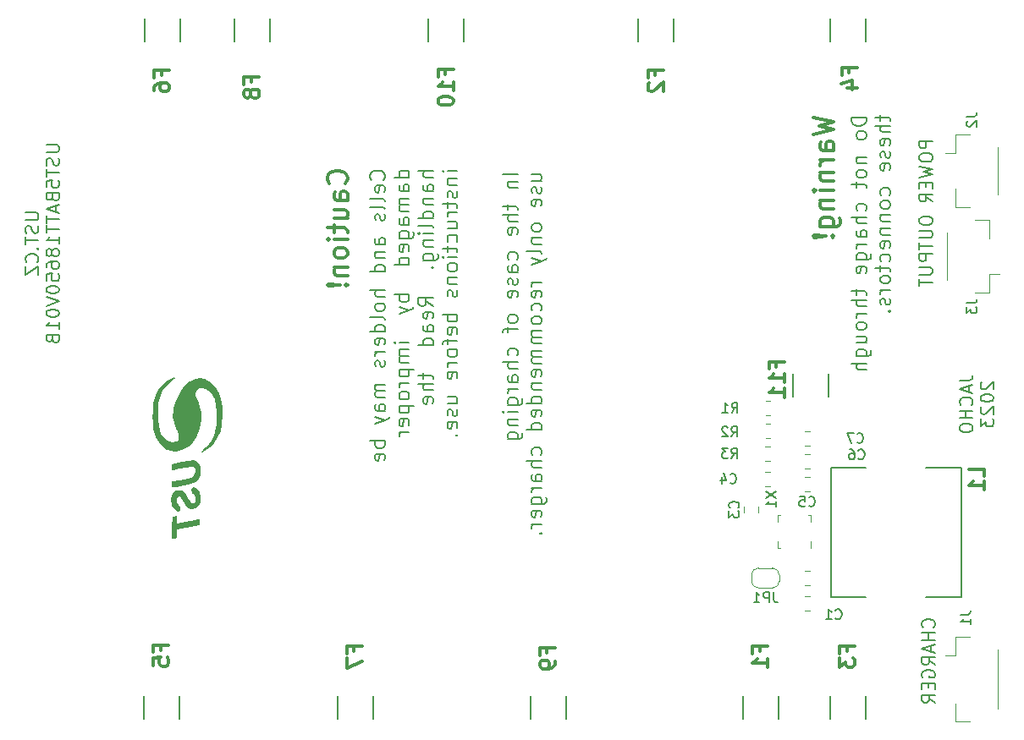
<source format=gbr>
%TF.GenerationSoftware,KiCad,Pcbnew,6.0.11+dfsg-1*%
%TF.CreationDate,2024-03-28T01:05:38+00:00*%
%TF.ProjectId,UST5BATT18650V01,55535435-4241-4545-9431-383635305630,rev?*%
%TF.SameCoordinates,PX463f660PY87a6900*%
%TF.FileFunction,Legend,Bot*%
%TF.FilePolarity,Positive*%
%FSLAX46Y46*%
G04 Gerber Fmt 4.6, Leading zero omitted, Abs format (unit mm)*
G04 Created by KiCad (PCBNEW 6.0.11+dfsg-1) date 2024-03-28 01:05:38*
%MOMM*%
%LPD*%
G01*
G04 APERTURE LIST*
%ADD10C,0.200000*%
%ADD11C,0.300000*%
%ADD12C,0.304800*%
%ADD13C,0.150000*%
%ADD14C,0.120000*%
G04 APERTURE END LIST*
D10*
X2051595Y54606286D02*
X3103976Y54606286D01*
X3227785Y54544381D01*
X3289690Y54482477D01*
X3351595Y54358667D01*
X3351595Y54111048D01*
X3289690Y53987239D01*
X3227785Y53925334D01*
X3103976Y53863429D01*
X2051595Y53863429D01*
X3289690Y53306286D02*
X3351595Y53120572D01*
X3351595Y52811048D01*
X3289690Y52687239D01*
X3227785Y52625334D01*
X3103976Y52563429D01*
X2980166Y52563429D01*
X2856357Y52625334D01*
X2794452Y52687239D01*
X2732547Y52811048D01*
X2670642Y53058667D01*
X2608738Y53182477D01*
X2546833Y53244381D01*
X2423023Y53306286D01*
X2299214Y53306286D01*
X2175404Y53244381D01*
X2113500Y53182477D01*
X2051595Y53058667D01*
X2051595Y52749143D01*
X2113500Y52563429D01*
X2051595Y52192000D02*
X2051595Y51449143D01*
X3351595Y51820572D02*
X2051595Y51820572D01*
X3227785Y51015810D02*
X3289690Y50953905D01*
X3351595Y51015810D01*
X3289690Y51077715D01*
X3227785Y51015810D01*
X3351595Y51015810D01*
X3227785Y49653905D02*
X3289690Y49715810D01*
X3351595Y49901524D01*
X3351595Y50025334D01*
X3289690Y50211048D01*
X3165880Y50334858D01*
X3042071Y50396762D01*
X2794452Y50458667D01*
X2608738Y50458667D01*
X2361119Y50396762D01*
X2237309Y50334858D01*
X2113500Y50211048D01*
X2051595Y50025334D01*
X2051595Y49901524D01*
X2113500Y49715810D01*
X2175404Y49653905D01*
X2051595Y49220572D02*
X2051595Y48353905D01*
X3351595Y49220572D01*
X3351595Y48353905D01*
X4144595Y61384858D02*
X5196976Y61384858D01*
X5320785Y61322953D01*
X5382690Y61261048D01*
X5444595Y61137239D01*
X5444595Y60889620D01*
X5382690Y60765810D01*
X5320785Y60703905D01*
X5196976Y60642000D01*
X4144595Y60642000D01*
X5382690Y60084858D02*
X5444595Y59899143D01*
X5444595Y59589620D01*
X5382690Y59465810D01*
X5320785Y59403905D01*
X5196976Y59342000D01*
X5073166Y59342000D01*
X4949357Y59403905D01*
X4887452Y59465810D01*
X4825547Y59589620D01*
X4763642Y59837239D01*
X4701738Y59961048D01*
X4639833Y60022953D01*
X4516023Y60084858D01*
X4392214Y60084858D01*
X4268404Y60022953D01*
X4206500Y59961048D01*
X4144595Y59837239D01*
X4144595Y59527715D01*
X4206500Y59342000D01*
X4144595Y58970572D02*
X4144595Y58227715D01*
X5444595Y58599143D02*
X4144595Y58599143D01*
X4144595Y57175334D02*
X4144595Y57794381D01*
X4763642Y57856286D01*
X4701738Y57794381D01*
X4639833Y57670572D01*
X4639833Y57361048D01*
X4701738Y57237239D01*
X4763642Y57175334D01*
X4887452Y57113429D01*
X5196976Y57113429D01*
X5320785Y57175334D01*
X5382690Y57237239D01*
X5444595Y57361048D01*
X5444595Y57670572D01*
X5382690Y57794381D01*
X5320785Y57856286D01*
X4763642Y56122953D02*
X4825547Y55937239D01*
X4887452Y55875334D01*
X5011261Y55813429D01*
X5196976Y55813429D01*
X5320785Y55875334D01*
X5382690Y55937239D01*
X5444595Y56061048D01*
X5444595Y56556286D01*
X4144595Y56556286D01*
X4144595Y56122953D01*
X4206500Y55999143D01*
X4268404Y55937239D01*
X4392214Y55875334D01*
X4516023Y55875334D01*
X4639833Y55937239D01*
X4701738Y55999143D01*
X4763642Y56122953D01*
X4763642Y56556286D01*
X5073166Y55318191D02*
X5073166Y54699143D01*
X5444595Y55442000D02*
X4144595Y55008667D01*
X5444595Y54575334D01*
X4144595Y54327715D02*
X4144595Y53584858D01*
X5444595Y53956286D02*
X4144595Y53956286D01*
X4144595Y53337239D02*
X4144595Y52594381D01*
X5444595Y52965810D02*
X4144595Y52965810D01*
X5444595Y51480096D02*
X5444595Y52222953D01*
X5444595Y51851524D02*
X4144595Y51851524D01*
X4330309Y51975334D01*
X4454119Y52099143D01*
X4516023Y52222953D01*
X4701738Y50737239D02*
X4639833Y50861048D01*
X4577928Y50922953D01*
X4454119Y50984858D01*
X4392214Y50984858D01*
X4268404Y50922953D01*
X4206500Y50861048D01*
X4144595Y50737239D01*
X4144595Y50489620D01*
X4206500Y50365810D01*
X4268404Y50303905D01*
X4392214Y50242000D01*
X4454119Y50242000D01*
X4577928Y50303905D01*
X4639833Y50365810D01*
X4701738Y50489620D01*
X4701738Y50737239D01*
X4763642Y50861048D01*
X4825547Y50922953D01*
X4949357Y50984858D01*
X5196976Y50984858D01*
X5320785Y50922953D01*
X5382690Y50861048D01*
X5444595Y50737239D01*
X5444595Y50489620D01*
X5382690Y50365810D01*
X5320785Y50303905D01*
X5196976Y50242000D01*
X4949357Y50242000D01*
X4825547Y50303905D01*
X4763642Y50365810D01*
X4701738Y50489620D01*
X4144595Y49127715D02*
X4144595Y49375334D01*
X4206500Y49499143D01*
X4268404Y49561048D01*
X4454119Y49684858D01*
X4701738Y49746762D01*
X5196976Y49746762D01*
X5320785Y49684858D01*
X5382690Y49622953D01*
X5444595Y49499143D01*
X5444595Y49251524D01*
X5382690Y49127715D01*
X5320785Y49065810D01*
X5196976Y49003905D01*
X4887452Y49003905D01*
X4763642Y49065810D01*
X4701738Y49127715D01*
X4639833Y49251524D01*
X4639833Y49499143D01*
X4701738Y49622953D01*
X4763642Y49684858D01*
X4887452Y49746762D01*
X4144595Y47827715D02*
X4144595Y48446762D01*
X4763642Y48508667D01*
X4701738Y48446762D01*
X4639833Y48322953D01*
X4639833Y48013429D01*
X4701738Y47889620D01*
X4763642Y47827715D01*
X4887452Y47765810D01*
X5196976Y47765810D01*
X5320785Y47827715D01*
X5382690Y47889620D01*
X5444595Y48013429D01*
X5444595Y48322953D01*
X5382690Y48446762D01*
X5320785Y48508667D01*
X4144595Y46961048D02*
X4144595Y46837239D01*
X4206500Y46713429D01*
X4268404Y46651524D01*
X4392214Y46589620D01*
X4639833Y46527715D01*
X4949357Y46527715D01*
X5196976Y46589620D01*
X5320785Y46651524D01*
X5382690Y46713429D01*
X5444595Y46837239D01*
X5444595Y46961048D01*
X5382690Y47084858D01*
X5320785Y47146762D01*
X5196976Y47208667D01*
X4949357Y47270572D01*
X4639833Y47270572D01*
X4392214Y47208667D01*
X4268404Y47146762D01*
X4206500Y47084858D01*
X4144595Y46961048D01*
X4144595Y46156286D02*
X5444595Y45722953D01*
X4144595Y45289620D01*
X4144595Y44608667D02*
X4144595Y44484858D01*
X4206500Y44361048D01*
X4268404Y44299143D01*
X4392214Y44237239D01*
X4639833Y44175334D01*
X4949357Y44175334D01*
X5196976Y44237239D01*
X5320785Y44299143D01*
X5382690Y44361048D01*
X5444595Y44484858D01*
X5444595Y44608667D01*
X5382690Y44732477D01*
X5320785Y44794381D01*
X5196976Y44856286D01*
X4949357Y44918191D01*
X4639833Y44918191D01*
X4392214Y44856286D01*
X4268404Y44794381D01*
X4206500Y44732477D01*
X4144595Y44608667D01*
X5444595Y42937239D02*
X5444595Y43680096D01*
X5444595Y43308667D02*
X4144595Y43308667D01*
X4330309Y43432477D01*
X4454119Y43556286D01*
X4516023Y43680096D01*
X4763642Y41946762D02*
X4825547Y41761048D01*
X4887452Y41699143D01*
X5011261Y41637239D01*
X5196976Y41637239D01*
X5320785Y41699143D01*
X5382690Y41761048D01*
X5444595Y41884858D01*
X5444595Y42380096D01*
X4144595Y42380096D01*
X4144595Y41946762D01*
X4206500Y41822953D01*
X4268404Y41761048D01*
X4392214Y41699143D01*
X4516023Y41699143D01*
X4639833Y41761048D01*
X4701738Y41822953D01*
X4763642Y41946762D01*
X4763642Y42380096D01*
X92930285Y13115810D02*
X92992190Y13177715D01*
X93054095Y13363429D01*
X93054095Y13487239D01*
X92992190Y13672953D01*
X92868380Y13796762D01*
X92744571Y13858667D01*
X92496952Y13920572D01*
X92311238Y13920572D01*
X92063619Y13858667D01*
X91939809Y13796762D01*
X91816000Y13672953D01*
X91754095Y13487239D01*
X91754095Y13363429D01*
X91816000Y13177715D01*
X91877904Y13115810D01*
X93054095Y12558667D02*
X91754095Y12558667D01*
X92373142Y12558667D02*
X92373142Y11815810D01*
X93054095Y11815810D02*
X91754095Y11815810D01*
X92682666Y11258667D02*
X92682666Y10639620D01*
X93054095Y11382477D02*
X91754095Y10949143D01*
X93054095Y10515810D01*
X93054095Y9339620D02*
X92435047Y9772953D01*
X93054095Y10082477D02*
X91754095Y10082477D01*
X91754095Y9587239D01*
X91816000Y9463429D01*
X91877904Y9401524D01*
X92001714Y9339620D01*
X92187428Y9339620D01*
X92311238Y9401524D01*
X92373142Y9463429D01*
X92435047Y9587239D01*
X92435047Y10082477D01*
X91816000Y8101524D02*
X91754095Y8225334D01*
X91754095Y8411048D01*
X91816000Y8596762D01*
X91939809Y8720572D01*
X92063619Y8782477D01*
X92311238Y8844381D01*
X92496952Y8844381D01*
X92744571Y8782477D01*
X92868380Y8720572D01*
X92992190Y8596762D01*
X93054095Y8411048D01*
X93054095Y8287239D01*
X92992190Y8101524D01*
X92930285Y8039620D01*
X92496952Y8039620D01*
X92496952Y8287239D01*
X92373142Y7482477D02*
X92373142Y7049143D01*
X93054095Y6863429D02*
X93054095Y7482477D01*
X91754095Y7482477D01*
X91754095Y6863429D01*
X93054095Y5563429D02*
X92435047Y5996762D01*
X93054095Y6306286D02*
X91754095Y6306286D01*
X91754095Y5811048D01*
X91816000Y5687239D01*
X91877904Y5625334D01*
X92001714Y5563429D01*
X92187428Y5563429D01*
X92311238Y5625334D01*
X92373142Y5687239D01*
X92435047Y5811048D01*
X92435047Y6306286D01*
X95523595Y37816334D02*
X96452166Y37816334D01*
X96637880Y37878239D01*
X96761690Y38002048D01*
X96823595Y38187762D01*
X96823595Y38311572D01*
X96452166Y37259191D02*
X96452166Y36640143D01*
X96823595Y37383000D02*
X95523595Y36949667D01*
X96823595Y36516334D01*
X96699785Y35340143D02*
X96761690Y35402048D01*
X96823595Y35587762D01*
X96823595Y35711572D01*
X96761690Y35897286D01*
X96637880Y36021096D01*
X96514071Y36083000D01*
X96266452Y36144905D01*
X96080738Y36144905D01*
X95833119Y36083000D01*
X95709309Y36021096D01*
X95585500Y35897286D01*
X95523595Y35711572D01*
X95523595Y35587762D01*
X95585500Y35402048D01*
X95647404Y35340143D01*
X96823595Y34783000D02*
X95523595Y34783000D01*
X96142642Y34783000D02*
X96142642Y34040143D01*
X96823595Y34040143D02*
X95523595Y34040143D01*
X95523595Y33173477D02*
X95523595Y32925858D01*
X95585500Y32802048D01*
X95709309Y32678239D01*
X95956928Y32616334D01*
X96390261Y32616334D01*
X96637880Y32678239D01*
X96761690Y32802048D01*
X96823595Y32925858D01*
X96823595Y33173477D01*
X96761690Y33297286D01*
X96637880Y33421096D01*
X96390261Y33483000D01*
X95956928Y33483000D01*
X95709309Y33421096D01*
X95585500Y33297286D01*
X95523595Y33173477D01*
X97740404Y37661572D02*
X97678500Y37599667D01*
X97616595Y37475858D01*
X97616595Y37166334D01*
X97678500Y37042524D01*
X97740404Y36980620D01*
X97864214Y36918715D01*
X97988023Y36918715D01*
X98173738Y36980620D01*
X98916595Y37723477D01*
X98916595Y36918715D01*
X97616595Y36113953D02*
X97616595Y35990143D01*
X97678500Y35866334D01*
X97740404Y35804429D01*
X97864214Y35742524D01*
X98111833Y35680620D01*
X98421357Y35680620D01*
X98668976Y35742524D01*
X98792785Y35804429D01*
X98854690Y35866334D01*
X98916595Y35990143D01*
X98916595Y36113953D01*
X98854690Y36237762D01*
X98792785Y36299667D01*
X98668976Y36361572D01*
X98421357Y36423477D01*
X98111833Y36423477D01*
X97864214Y36361572D01*
X97740404Y36299667D01*
X97678500Y36237762D01*
X97616595Y36113953D01*
X97740404Y35185381D02*
X97678500Y35123477D01*
X97616595Y34999667D01*
X97616595Y34690143D01*
X97678500Y34566334D01*
X97740404Y34504429D01*
X97864214Y34442524D01*
X97988023Y34442524D01*
X98173738Y34504429D01*
X98916595Y35247286D01*
X98916595Y34442524D01*
X97616595Y34009191D02*
X97616595Y33204429D01*
X98111833Y33637762D01*
X98111833Y33452048D01*
X98173738Y33328239D01*
X98235642Y33266334D01*
X98359452Y33204429D01*
X98668976Y33204429D01*
X98792785Y33266334D01*
X98854690Y33328239D01*
X98916595Y33452048D01*
X98916595Y33823477D01*
X98854690Y33947286D01*
X98792785Y34009191D01*
D11*
X80904761Y64147620D02*
X82904761Y63671429D01*
X81476190Y63290477D01*
X82904761Y62909524D01*
X80904761Y62433334D01*
X82904761Y60814286D02*
X81857142Y60814286D01*
X81666666Y60909524D01*
X81571428Y61100000D01*
X81571428Y61480953D01*
X81666666Y61671429D01*
X82809523Y60814286D02*
X82904761Y61004762D01*
X82904761Y61480953D01*
X82809523Y61671429D01*
X82619047Y61766667D01*
X82428571Y61766667D01*
X82238095Y61671429D01*
X82142857Y61480953D01*
X82142857Y61004762D01*
X82047619Y60814286D01*
X82904761Y59861905D02*
X81571428Y59861905D01*
X81952380Y59861905D02*
X81761904Y59766667D01*
X81666666Y59671429D01*
X81571428Y59480953D01*
X81571428Y59290477D01*
X81571428Y58623810D02*
X82904761Y58623810D01*
X81761904Y58623810D02*
X81666666Y58528572D01*
X81571428Y58338096D01*
X81571428Y58052381D01*
X81666666Y57861905D01*
X81857142Y57766667D01*
X82904761Y57766667D01*
X82904761Y56814286D02*
X81571428Y56814286D01*
X80904761Y56814286D02*
X81000000Y56909524D01*
X81095238Y56814286D01*
X81000000Y56719048D01*
X80904761Y56814286D01*
X81095238Y56814286D01*
X81571428Y55861905D02*
X82904761Y55861905D01*
X81761904Y55861905D02*
X81666666Y55766667D01*
X81571428Y55576191D01*
X81571428Y55290477D01*
X81666666Y55100000D01*
X81857142Y55004762D01*
X82904761Y55004762D01*
X81571428Y53195239D02*
X83190476Y53195239D01*
X83380952Y53290477D01*
X83476190Y53385715D01*
X83571428Y53576191D01*
X83571428Y53861905D01*
X83476190Y54052381D01*
X82809523Y53195239D02*
X82904761Y53385715D01*
X82904761Y53766667D01*
X82809523Y53957143D01*
X82714285Y54052381D01*
X82523809Y54147620D01*
X81952380Y54147620D01*
X81761904Y54052381D01*
X81666666Y53957143D01*
X81571428Y53766667D01*
X81571428Y53385715D01*
X81666666Y53195239D01*
X82714285Y52242858D02*
X82809523Y52147620D01*
X82904761Y52242858D01*
X82809523Y52338096D01*
X82714285Y52242858D01*
X82904761Y52242858D01*
X82142857Y52242858D02*
X81000000Y52338096D01*
X80904761Y52242858D01*
X81000000Y52147620D01*
X82142857Y52242858D01*
X80904761Y52242858D01*
D10*
X37879214Y57897715D02*
X37950642Y57969143D01*
X38022071Y58183429D01*
X38022071Y58326286D01*
X37950642Y58540572D01*
X37807785Y58683429D01*
X37664928Y58754858D01*
X37379214Y58826286D01*
X37164928Y58826286D01*
X36879214Y58754858D01*
X36736357Y58683429D01*
X36593500Y58540572D01*
X36522071Y58326286D01*
X36522071Y58183429D01*
X36593500Y57969143D01*
X36664928Y57897715D01*
X37950642Y56683429D02*
X38022071Y56826286D01*
X38022071Y57112000D01*
X37950642Y57254858D01*
X37807785Y57326286D01*
X37236357Y57326286D01*
X37093500Y57254858D01*
X37022071Y57112000D01*
X37022071Y56826286D01*
X37093500Y56683429D01*
X37236357Y56612000D01*
X37379214Y56612000D01*
X37522071Y57326286D01*
X38022071Y55754858D02*
X37950642Y55897715D01*
X37807785Y55969143D01*
X36522071Y55969143D01*
X38022071Y54969143D02*
X37950642Y55112000D01*
X37807785Y55183429D01*
X36522071Y55183429D01*
X37950642Y54469143D02*
X38022071Y54326286D01*
X38022071Y54040572D01*
X37950642Y53897715D01*
X37807785Y53826286D01*
X37736357Y53826286D01*
X37593500Y53897715D01*
X37522071Y54040572D01*
X37522071Y54254858D01*
X37450642Y54397715D01*
X37307785Y54469143D01*
X37236357Y54469143D01*
X37093500Y54397715D01*
X37022071Y54254858D01*
X37022071Y54040572D01*
X37093500Y53897715D01*
X38022071Y51397715D02*
X37236357Y51397715D01*
X37093500Y51469143D01*
X37022071Y51612000D01*
X37022071Y51897715D01*
X37093500Y52040572D01*
X37950642Y51397715D02*
X38022071Y51540572D01*
X38022071Y51897715D01*
X37950642Y52040572D01*
X37807785Y52112000D01*
X37664928Y52112000D01*
X37522071Y52040572D01*
X37450642Y51897715D01*
X37450642Y51540572D01*
X37379214Y51397715D01*
X37022071Y50683429D02*
X38022071Y50683429D01*
X37164928Y50683429D02*
X37093500Y50612000D01*
X37022071Y50469143D01*
X37022071Y50254858D01*
X37093500Y50112000D01*
X37236357Y50040572D01*
X38022071Y50040572D01*
X38022071Y48683429D02*
X36522071Y48683429D01*
X37950642Y48683429D02*
X38022071Y48826286D01*
X38022071Y49112000D01*
X37950642Y49254858D01*
X37879214Y49326286D01*
X37736357Y49397715D01*
X37307785Y49397715D01*
X37164928Y49326286D01*
X37093500Y49254858D01*
X37022071Y49112000D01*
X37022071Y48826286D01*
X37093500Y48683429D01*
X38022071Y46826286D02*
X36522071Y46826286D01*
X38022071Y46183429D02*
X37236357Y46183429D01*
X37093500Y46254858D01*
X37022071Y46397715D01*
X37022071Y46612000D01*
X37093500Y46754858D01*
X37164928Y46826286D01*
X38022071Y45254858D02*
X37950642Y45397715D01*
X37879214Y45469143D01*
X37736357Y45540572D01*
X37307785Y45540572D01*
X37164928Y45469143D01*
X37093500Y45397715D01*
X37022071Y45254858D01*
X37022071Y45040572D01*
X37093500Y44897715D01*
X37164928Y44826286D01*
X37307785Y44754858D01*
X37736357Y44754858D01*
X37879214Y44826286D01*
X37950642Y44897715D01*
X38022071Y45040572D01*
X38022071Y45254858D01*
X38022071Y43897715D02*
X37950642Y44040572D01*
X37807785Y44112000D01*
X36522071Y44112000D01*
X38022071Y42683429D02*
X36522071Y42683429D01*
X37950642Y42683429D02*
X38022071Y42826286D01*
X38022071Y43112000D01*
X37950642Y43254858D01*
X37879214Y43326286D01*
X37736357Y43397715D01*
X37307785Y43397715D01*
X37164928Y43326286D01*
X37093500Y43254858D01*
X37022071Y43112000D01*
X37022071Y42826286D01*
X37093500Y42683429D01*
X37950642Y41397715D02*
X38022071Y41540572D01*
X38022071Y41826286D01*
X37950642Y41969143D01*
X37807785Y42040572D01*
X37236357Y42040572D01*
X37093500Y41969143D01*
X37022071Y41826286D01*
X37022071Y41540572D01*
X37093500Y41397715D01*
X37236357Y41326286D01*
X37379214Y41326286D01*
X37522071Y42040572D01*
X38022071Y40683429D02*
X37022071Y40683429D01*
X37307785Y40683429D02*
X37164928Y40612000D01*
X37093500Y40540572D01*
X37022071Y40397715D01*
X37022071Y40254858D01*
X37950642Y39826286D02*
X38022071Y39683429D01*
X38022071Y39397715D01*
X37950642Y39254858D01*
X37807785Y39183429D01*
X37736357Y39183429D01*
X37593500Y39254858D01*
X37522071Y39397715D01*
X37522071Y39612000D01*
X37450642Y39754858D01*
X37307785Y39826286D01*
X37236357Y39826286D01*
X37093500Y39754858D01*
X37022071Y39612000D01*
X37022071Y39397715D01*
X37093500Y39254858D01*
X38022071Y37397715D02*
X37022071Y37397715D01*
X37164928Y37397715D02*
X37093500Y37326286D01*
X37022071Y37183429D01*
X37022071Y36969143D01*
X37093500Y36826286D01*
X37236357Y36754858D01*
X38022071Y36754858D01*
X37236357Y36754858D02*
X37093500Y36683429D01*
X37022071Y36540572D01*
X37022071Y36326286D01*
X37093500Y36183429D01*
X37236357Y36112000D01*
X38022071Y36112000D01*
X38022071Y34754858D02*
X37236357Y34754858D01*
X37093500Y34826286D01*
X37022071Y34969143D01*
X37022071Y35254858D01*
X37093500Y35397715D01*
X37950642Y34754858D02*
X38022071Y34897715D01*
X38022071Y35254858D01*
X37950642Y35397715D01*
X37807785Y35469143D01*
X37664928Y35469143D01*
X37522071Y35397715D01*
X37450642Y35254858D01*
X37450642Y34897715D01*
X37379214Y34754858D01*
X37022071Y34183429D02*
X38022071Y33826286D01*
X37022071Y33469143D02*
X38022071Y33826286D01*
X38379214Y33969143D01*
X38450642Y34040572D01*
X38522071Y34183429D01*
X38022071Y31754858D02*
X36522071Y31754858D01*
X37093500Y31754858D02*
X37022071Y31612000D01*
X37022071Y31326286D01*
X37093500Y31183429D01*
X37164928Y31112000D01*
X37307785Y31040572D01*
X37736357Y31040572D01*
X37879214Y31112000D01*
X37950642Y31183429D01*
X38022071Y31326286D01*
X38022071Y31612000D01*
X37950642Y31754858D01*
X37950642Y29826286D02*
X38022071Y29969143D01*
X38022071Y30254858D01*
X37950642Y30397715D01*
X37807785Y30469143D01*
X37236357Y30469143D01*
X37093500Y30397715D01*
X37022071Y30254858D01*
X37022071Y29969143D01*
X37093500Y29826286D01*
X37236357Y29754858D01*
X37379214Y29754858D01*
X37522071Y30469143D01*
X40437071Y58112000D02*
X38937071Y58112000D01*
X40365642Y58112000D02*
X40437071Y58254858D01*
X40437071Y58540572D01*
X40365642Y58683429D01*
X40294214Y58754858D01*
X40151357Y58826286D01*
X39722785Y58826286D01*
X39579928Y58754858D01*
X39508500Y58683429D01*
X39437071Y58540572D01*
X39437071Y58254858D01*
X39508500Y58112000D01*
X40437071Y56754858D02*
X39651357Y56754858D01*
X39508500Y56826286D01*
X39437071Y56969143D01*
X39437071Y57254858D01*
X39508500Y57397715D01*
X40365642Y56754858D02*
X40437071Y56897715D01*
X40437071Y57254858D01*
X40365642Y57397715D01*
X40222785Y57469143D01*
X40079928Y57469143D01*
X39937071Y57397715D01*
X39865642Y57254858D01*
X39865642Y56897715D01*
X39794214Y56754858D01*
X40437071Y56040572D02*
X39437071Y56040572D01*
X39579928Y56040572D02*
X39508500Y55969143D01*
X39437071Y55826286D01*
X39437071Y55612000D01*
X39508500Y55469143D01*
X39651357Y55397715D01*
X40437071Y55397715D01*
X39651357Y55397715D02*
X39508500Y55326286D01*
X39437071Y55183429D01*
X39437071Y54969143D01*
X39508500Y54826286D01*
X39651357Y54754858D01*
X40437071Y54754858D01*
X40437071Y53397715D02*
X39651357Y53397715D01*
X39508500Y53469143D01*
X39437071Y53612000D01*
X39437071Y53897715D01*
X39508500Y54040572D01*
X40365642Y53397715D02*
X40437071Y53540572D01*
X40437071Y53897715D01*
X40365642Y54040572D01*
X40222785Y54112000D01*
X40079928Y54112000D01*
X39937071Y54040572D01*
X39865642Y53897715D01*
X39865642Y53540572D01*
X39794214Y53397715D01*
X39437071Y52040572D02*
X40651357Y52040572D01*
X40794214Y52112000D01*
X40865642Y52183429D01*
X40937071Y52326286D01*
X40937071Y52540572D01*
X40865642Y52683429D01*
X40365642Y52040572D02*
X40437071Y52183429D01*
X40437071Y52469143D01*
X40365642Y52612000D01*
X40294214Y52683429D01*
X40151357Y52754858D01*
X39722785Y52754858D01*
X39579928Y52683429D01*
X39508500Y52612000D01*
X39437071Y52469143D01*
X39437071Y52183429D01*
X39508500Y52040572D01*
X40365642Y50754858D02*
X40437071Y50897715D01*
X40437071Y51183429D01*
X40365642Y51326286D01*
X40222785Y51397715D01*
X39651357Y51397715D01*
X39508500Y51326286D01*
X39437071Y51183429D01*
X39437071Y50897715D01*
X39508500Y50754858D01*
X39651357Y50683429D01*
X39794214Y50683429D01*
X39937071Y51397715D01*
X40437071Y49397715D02*
X38937071Y49397715D01*
X40365642Y49397715D02*
X40437071Y49540572D01*
X40437071Y49826286D01*
X40365642Y49969143D01*
X40294214Y50040572D01*
X40151357Y50112000D01*
X39722785Y50112000D01*
X39579928Y50040572D01*
X39508500Y49969143D01*
X39437071Y49826286D01*
X39437071Y49540572D01*
X39508500Y49397715D01*
X40437071Y46397715D02*
X38937071Y46397715D01*
X39508500Y46397715D02*
X39437071Y46254858D01*
X39437071Y45969143D01*
X39508500Y45826286D01*
X39579928Y45754858D01*
X39722785Y45683429D01*
X40151357Y45683429D01*
X40294214Y45754858D01*
X40365642Y45826286D01*
X40437071Y45969143D01*
X40437071Y46254858D01*
X40365642Y46397715D01*
X39437071Y45183429D02*
X40437071Y44826286D01*
X39437071Y44469143D02*
X40437071Y44826286D01*
X40794214Y44969143D01*
X40865642Y45040572D01*
X40937071Y45183429D01*
X40437071Y41612000D02*
X39437071Y41612000D01*
X38937071Y41612000D02*
X39008500Y41683429D01*
X39079928Y41612000D01*
X39008500Y41540572D01*
X38937071Y41612000D01*
X39079928Y41612000D01*
X40437071Y40897715D02*
X39437071Y40897715D01*
X39579928Y40897715D02*
X39508500Y40826286D01*
X39437071Y40683429D01*
X39437071Y40469143D01*
X39508500Y40326286D01*
X39651357Y40254858D01*
X40437071Y40254858D01*
X39651357Y40254858D02*
X39508500Y40183429D01*
X39437071Y40040572D01*
X39437071Y39826286D01*
X39508500Y39683429D01*
X39651357Y39612000D01*
X40437071Y39612000D01*
X39437071Y38897715D02*
X40937071Y38897715D01*
X39508500Y38897715D02*
X39437071Y38754858D01*
X39437071Y38469143D01*
X39508500Y38326286D01*
X39579928Y38254858D01*
X39722785Y38183429D01*
X40151357Y38183429D01*
X40294214Y38254858D01*
X40365642Y38326286D01*
X40437071Y38469143D01*
X40437071Y38754858D01*
X40365642Y38897715D01*
X40437071Y37540572D02*
X39437071Y37540572D01*
X39722785Y37540572D02*
X39579928Y37469143D01*
X39508500Y37397715D01*
X39437071Y37254858D01*
X39437071Y37112000D01*
X40437071Y36397715D02*
X40365642Y36540572D01*
X40294214Y36612000D01*
X40151357Y36683429D01*
X39722785Y36683429D01*
X39579928Y36612000D01*
X39508500Y36540572D01*
X39437071Y36397715D01*
X39437071Y36183429D01*
X39508500Y36040572D01*
X39579928Y35969143D01*
X39722785Y35897715D01*
X40151357Y35897715D01*
X40294214Y35969143D01*
X40365642Y36040572D01*
X40437071Y36183429D01*
X40437071Y36397715D01*
X39437071Y35254858D02*
X40937071Y35254858D01*
X39508500Y35254858D02*
X39437071Y35112000D01*
X39437071Y34826286D01*
X39508500Y34683429D01*
X39579928Y34612000D01*
X39722785Y34540572D01*
X40151357Y34540572D01*
X40294214Y34612000D01*
X40365642Y34683429D01*
X40437071Y34826286D01*
X40437071Y35112000D01*
X40365642Y35254858D01*
X40365642Y33326286D02*
X40437071Y33469143D01*
X40437071Y33754858D01*
X40365642Y33897715D01*
X40222785Y33969143D01*
X39651357Y33969143D01*
X39508500Y33897715D01*
X39437071Y33754858D01*
X39437071Y33469143D01*
X39508500Y33326286D01*
X39651357Y33254858D01*
X39794214Y33254858D01*
X39937071Y33969143D01*
X40437071Y32612000D02*
X39437071Y32612000D01*
X39722785Y32612000D02*
X39579928Y32540572D01*
X39508500Y32469143D01*
X39437071Y32326286D01*
X39437071Y32183429D01*
X42852071Y58754858D02*
X41352071Y58754858D01*
X42852071Y58112000D02*
X42066357Y58112000D01*
X41923500Y58183429D01*
X41852071Y58326286D01*
X41852071Y58540572D01*
X41923500Y58683429D01*
X41994928Y58754858D01*
X42852071Y56754858D02*
X42066357Y56754858D01*
X41923500Y56826286D01*
X41852071Y56969143D01*
X41852071Y57254858D01*
X41923500Y57397715D01*
X42780642Y56754858D02*
X42852071Y56897715D01*
X42852071Y57254858D01*
X42780642Y57397715D01*
X42637785Y57469143D01*
X42494928Y57469143D01*
X42352071Y57397715D01*
X42280642Y57254858D01*
X42280642Y56897715D01*
X42209214Y56754858D01*
X41852071Y56040572D02*
X42852071Y56040572D01*
X41994928Y56040572D02*
X41923500Y55969143D01*
X41852071Y55826286D01*
X41852071Y55612000D01*
X41923500Y55469143D01*
X42066357Y55397715D01*
X42852071Y55397715D01*
X42852071Y54040572D02*
X41352071Y54040572D01*
X42780642Y54040572D02*
X42852071Y54183429D01*
X42852071Y54469143D01*
X42780642Y54612000D01*
X42709214Y54683429D01*
X42566357Y54754858D01*
X42137785Y54754858D01*
X41994928Y54683429D01*
X41923500Y54612000D01*
X41852071Y54469143D01*
X41852071Y54183429D01*
X41923500Y54040572D01*
X42852071Y53112000D02*
X42780642Y53254858D01*
X42637785Y53326286D01*
X41352071Y53326286D01*
X42852071Y52540572D02*
X41852071Y52540572D01*
X41352071Y52540572D02*
X41423500Y52612000D01*
X41494928Y52540572D01*
X41423500Y52469143D01*
X41352071Y52540572D01*
X41494928Y52540572D01*
X41852071Y51826286D02*
X42852071Y51826286D01*
X41994928Y51826286D02*
X41923500Y51754858D01*
X41852071Y51612000D01*
X41852071Y51397715D01*
X41923500Y51254858D01*
X42066357Y51183429D01*
X42852071Y51183429D01*
X41852071Y49826286D02*
X43066357Y49826286D01*
X43209214Y49897715D01*
X43280642Y49969143D01*
X43352071Y50112000D01*
X43352071Y50326286D01*
X43280642Y50469143D01*
X42780642Y49826286D02*
X42852071Y49969143D01*
X42852071Y50254858D01*
X42780642Y50397715D01*
X42709214Y50469143D01*
X42566357Y50540572D01*
X42137785Y50540572D01*
X41994928Y50469143D01*
X41923500Y50397715D01*
X41852071Y50254858D01*
X41852071Y49969143D01*
X41923500Y49826286D01*
X42709214Y49112000D02*
X42780642Y49040572D01*
X42852071Y49112000D01*
X42780642Y49183429D01*
X42709214Y49112000D01*
X42852071Y49112000D01*
X42852071Y45254858D02*
X42137785Y45754858D01*
X42852071Y46112000D02*
X41352071Y46112000D01*
X41352071Y45540572D01*
X41423500Y45397715D01*
X41494928Y45326286D01*
X41637785Y45254858D01*
X41852071Y45254858D01*
X41994928Y45326286D01*
X42066357Y45397715D01*
X42137785Y45540572D01*
X42137785Y46112000D01*
X42780642Y44040572D02*
X42852071Y44183429D01*
X42852071Y44469143D01*
X42780642Y44612000D01*
X42637785Y44683429D01*
X42066357Y44683429D01*
X41923500Y44612000D01*
X41852071Y44469143D01*
X41852071Y44183429D01*
X41923500Y44040572D01*
X42066357Y43969143D01*
X42209214Y43969143D01*
X42352071Y44683429D01*
X42852071Y42683429D02*
X42066357Y42683429D01*
X41923500Y42754858D01*
X41852071Y42897715D01*
X41852071Y43183429D01*
X41923500Y43326286D01*
X42780642Y42683429D02*
X42852071Y42826286D01*
X42852071Y43183429D01*
X42780642Y43326286D01*
X42637785Y43397715D01*
X42494928Y43397715D01*
X42352071Y43326286D01*
X42280642Y43183429D01*
X42280642Y42826286D01*
X42209214Y42683429D01*
X42852071Y41326286D02*
X41352071Y41326286D01*
X42780642Y41326286D02*
X42852071Y41469143D01*
X42852071Y41754858D01*
X42780642Y41897715D01*
X42709214Y41969143D01*
X42566357Y42040572D01*
X42137785Y42040572D01*
X41994928Y41969143D01*
X41923500Y41897715D01*
X41852071Y41754858D01*
X41852071Y41469143D01*
X41923500Y41326286D01*
X41852071Y38540572D02*
X41852071Y37969143D01*
X41352071Y38326286D02*
X42637785Y38326286D01*
X42780642Y38254858D01*
X42852071Y38112000D01*
X42852071Y37969143D01*
X42852071Y37469143D02*
X41352071Y37469143D01*
X42852071Y36826286D02*
X42066357Y36826286D01*
X41923500Y36897715D01*
X41852071Y37040572D01*
X41852071Y37254858D01*
X41923500Y37397715D01*
X41994928Y37469143D01*
X42780642Y35540572D02*
X42852071Y35683429D01*
X42852071Y35969143D01*
X42780642Y36112000D01*
X42637785Y36183429D01*
X42066357Y36183429D01*
X41923500Y36112000D01*
X41852071Y35969143D01*
X41852071Y35683429D01*
X41923500Y35540572D01*
X42066357Y35469143D01*
X42209214Y35469143D01*
X42352071Y36183429D01*
X45267071Y58754858D02*
X44267071Y58754858D01*
X43767071Y58754858D02*
X43838500Y58826286D01*
X43909928Y58754858D01*
X43838500Y58683429D01*
X43767071Y58754858D01*
X43909928Y58754858D01*
X44267071Y58040572D02*
X45267071Y58040572D01*
X44409928Y58040572D02*
X44338500Y57969143D01*
X44267071Y57826286D01*
X44267071Y57612000D01*
X44338500Y57469143D01*
X44481357Y57397715D01*
X45267071Y57397715D01*
X45195642Y56754858D02*
X45267071Y56612000D01*
X45267071Y56326286D01*
X45195642Y56183429D01*
X45052785Y56112000D01*
X44981357Y56112000D01*
X44838500Y56183429D01*
X44767071Y56326286D01*
X44767071Y56540572D01*
X44695642Y56683429D01*
X44552785Y56754858D01*
X44481357Y56754858D01*
X44338500Y56683429D01*
X44267071Y56540572D01*
X44267071Y56326286D01*
X44338500Y56183429D01*
X44267071Y55683429D02*
X44267071Y55112000D01*
X43767071Y55469143D02*
X45052785Y55469143D01*
X45195642Y55397715D01*
X45267071Y55254858D01*
X45267071Y55112000D01*
X45267071Y54612000D02*
X44267071Y54612000D01*
X44552785Y54612000D02*
X44409928Y54540572D01*
X44338500Y54469143D01*
X44267071Y54326286D01*
X44267071Y54183429D01*
X44267071Y53040572D02*
X45267071Y53040572D01*
X44267071Y53683429D02*
X45052785Y53683429D01*
X45195642Y53612000D01*
X45267071Y53469143D01*
X45267071Y53254858D01*
X45195642Y53112000D01*
X45124214Y53040572D01*
X45195642Y51683429D02*
X45267071Y51826286D01*
X45267071Y52112000D01*
X45195642Y52254858D01*
X45124214Y52326286D01*
X44981357Y52397715D01*
X44552785Y52397715D01*
X44409928Y52326286D01*
X44338500Y52254858D01*
X44267071Y52112000D01*
X44267071Y51826286D01*
X44338500Y51683429D01*
X44267071Y51254858D02*
X44267071Y50683429D01*
X43767071Y51040572D02*
X45052785Y51040572D01*
X45195642Y50969143D01*
X45267071Y50826286D01*
X45267071Y50683429D01*
X45267071Y50183429D02*
X44267071Y50183429D01*
X43767071Y50183429D02*
X43838500Y50254858D01*
X43909928Y50183429D01*
X43838500Y50112000D01*
X43767071Y50183429D01*
X43909928Y50183429D01*
X45267071Y49254858D02*
X45195642Y49397715D01*
X45124214Y49469143D01*
X44981357Y49540572D01*
X44552785Y49540572D01*
X44409928Y49469143D01*
X44338500Y49397715D01*
X44267071Y49254858D01*
X44267071Y49040572D01*
X44338500Y48897715D01*
X44409928Y48826286D01*
X44552785Y48754858D01*
X44981357Y48754858D01*
X45124214Y48826286D01*
X45195642Y48897715D01*
X45267071Y49040572D01*
X45267071Y49254858D01*
X44267071Y48112000D02*
X45267071Y48112000D01*
X44409928Y48112000D02*
X44338500Y48040572D01*
X44267071Y47897715D01*
X44267071Y47683429D01*
X44338500Y47540572D01*
X44481357Y47469143D01*
X45267071Y47469143D01*
X45195642Y46826286D02*
X45267071Y46683429D01*
X45267071Y46397715D01*
X45195642Y46254858D01*
X45052785Y46183429D01*
X44981357Y46183429D01*
X44838500Y46254858D01*
X44767071Y46397715D01*
X44767071Y46612000D01*
X44695642Y46754858D01*
X44552785Y46826286D01*
X44481357Y46826286D01*
X44338500Y46754858D01*
X44267071Y46612000D01*
X44267071Y46397715D01*
X44338500Y46254858D01*
X45267071Y44397715D02*
X43767071Y44397715D01*
X44338500Y44397715D02*
X44267071Y44254858D01*
X44267071Y43969143D01*
X44338500Y43826286D01*
X44409928Y43754858D01*
X44552785Y43683429D01*
X44981357Y43683429D01*
X45124214Y43754858D01*
X45195642Y43826286D01*
X45267071Y43969143D01*
X45267071Y44254858D01*
X45195642Y44397715D01*
X45195642Y42469143D02*
X45267071Y42612000D01*
X45267071Y42897715D01*
X45195642Y43040572D01*
X45052785Y43112000D01*
X44481357Y43112000D01*
X44338500Y43040572D01*
X44267071Y42897715D01*
X44267071Y42612000D01*
X44338500Y42469143D01*
X44481357Y42397715D01*
X44624214Y42397715D01*
X44767071Y43112000D01*
X44267071Y41969143D02*
X44267071Y41397715D01*
X45267071Y41754858D02*
X43981357Y41754858D01*
X43838500Y41683429D01*
X43767071Y41540572D01*
X43767071Y41397715D01*
X45267071Y40683429D02*
X45195642Y40826286D01*
X45124214Y40897715D01*
X44981357Y40969143D01*
X44552785Y40969143D01*
X44409928Y40897715D01*
X44338500Y40826286D01*
X44267071Y40683429D01*
X44267071Y40469143D01*
X44338500Y40326286D01*
X44409928Y40254858D01*
X44552785Y40183429D01*
X44981357Y40183429D01*
X45124214Y40254858D01*
X45195642Y40326286D01*
X45267071Y40469143D01*
X45267071Y40683429D01*
X45267071Y39540572D02*
X44267071Y39540572D01*
X44552785Y39540572D02*
X44409928Y39469143D01*
X44338500Y39397715D01*
X44267071Y39254858D01*
X44267071Y39112000D01*
X45195642Y38040572D02*
X45267071Y38183429D01*
X45267071Y38469143D01*
X45195642Y38612000D01*
X45052785Y38683429D01*
X44481357Y38683429D01*
X44338500Y38612000D01*
X44267071Y38469143D01*
X44267071Y38183429D01*
X44338500Y38040572D01*
X44481357Y37969143D01*
X44624214Y37969143D01*
X44767071Y38683429D01*
X44267071Y35540572D02*
X45267071Y35540572D01*
X44267071Y36183429D02*
X45052785Y36183429D01*
X45195642Y36112000D01*
X45267071Y35969143D01*
X45267071Y35754858D01*
X45195642Y35612000D01*
X45124214Y35540572D01*
X45195642Y34897715D02*
X45267071Y34754858D01*
X45267071Y34469143D01*
X45195642Y34326286D01*
X45052785Y34254858D01*
X44981357Y34254858D01*
X44838500Y34326286D01*
X44767071Y34469143D01*
X44767071Y34683429D01*
X44695642Y34826286D01*
X44552785Y34897715D01*
X44481357Y34897715D01*
X44338500Y34826286D01*
X44267071Y34683429D01*
X44267071Y34469143D01*
X44338500Y34326286D01*
X45195642Y33040572D02*
X45267071Y33183429D01*
X45267071Y33469143D01*
X45195642Y33612000D01*
X45052785Y33683429D01*
X44481357Y33683429D01*
X44338500Y33612000D01*
X44267071Y33469143D01*
X44267071Y33183429D01*
X44338500Y33040572D01*
X44481357Y32969143D01*
X44624214Y32969143D01*
X44767071Y33683429D01*
X45124214Y32326286D02*
X45195642Y32254858D01*
X45267071Y32326286D01*
X45195642Y32397715D01*
X45124214Y32326286D01*
X45267071Y32326286D01*
X92790095Y61790953D02*
X91490095Y61790953D01*
X91490095Y61295715D01*
X91552000Y61171905D01*
X91613904Y61110000D01*
X91737714Y61048096D01*
X91923428Y61048096D01*
X92047238Y61110000D01*
X92109142Y61171905D01*
X92171047Y61295715D01*
X92171047Y61790953D01*
X91490095Y60243334D02*
X91490095Y59995715D01*
X91552000Y59871905D01*
X91675809Y59748096D01*
X91923428Y59686191D01*
X92356761Y59686191D01*
X92604380Y59748096D01*
X92728190Y59871905D01*
X92790095Y59995715D01*
X92790095Y60243334D01*
X92728190Y60367143D01*
X92604380Y60490953D01*
X92356761Y60552858D01*
X91923428Y60552858D01*
X91675809Y60490953D01*
X91552000Y60367143D01*
X91490095Y60243334D01*
X91490095Y59252858D02*
X92790095Y58943334D01*
X91861523Y58695715D01*
X92790095Y58448096D01*
X91490095Y58138572D01*
X92109142Y57643334D02*
X92109142Y57210000D01*
X92790095Y57024286D02*
X92790095Y57643334D01*
X91490095Y57643334D01*
X91490095Y57024286D01*
X92790095Y55724286D02*
X92171047Y56157620D01*
X92790095Y56467143D02*
X91490095Y56467143D01*
X91490095Y55971905D01*
X91552000Y55848096D01*
X91613904Y55786191D01*
X91737714Y55724286D01*
X91923428Y55724286D01*
X92047238Y55786191D01*
X92109142Y55848096D01*
X92171047Y55971905D01*
X92171047Y56467143D01*
X91490095Y53929048D02*
X91490095Y53681429D01*
X91552000Y53557620D01*
X91675809Y53433810D01*
X91923428Y53371905D01*
X92356761Y53371905D01*
X92604380Y53433810D01*
X92728190Y53557620D01*
X92790095Y53681429D01*
X92790095Y53929048D01*
X92728190Y54052858D01*
X92604380Y54176667D01*
X92356761Y54238572D01*
X91923428Y54238572D01*
X91675809Y54176667D01*
X91552000Y54052858D01*
X91490095Y53929048D01*
X91490095Y52814762D02*
X92542476Y52814762D01*
X92666285Y52752858D01*
X92728190Y52690953D01*
X92790095Y52567143D01*
X92790095Y52319524D01*
X92728190Y52195715D01*
X92666285Y52133810D01*
X92542476Y52071905D01*
X91490095Y52071905D01*
X91490095Y51638572D02*
X91490095Y50895715D01*
X92790095Y51267143D02*
X91490095Y51267143D01*
X92790095Y50462381D02*
X91490095Y50462381D01*
X91490095Y49967143D01*
X91552000Y49843334D01*
X91613904Y49781429D01*
X91737714Y49719524D01*
X91923428Y49719524D01*
X92047238Y49781429D01*
X92109142Y49843334D01*
X92171047Y49967143D01*
X92171047Y50462381D01*
X91490095Y49162381D02*
X92542476Y49162381D01*
X92666285Y49100477D01*
X92728190Y49038572D01*
X92790095Y48914762D01*
X92790095Y48667143D01*
X92728190Y48543334D01*
X92666285Y48481429D01*
X92542476Y48419524D01*
X91490095Y48419524D01*
X91490095Y47986191D02*
X91490095Y47243334D01*
X92790095Y47614762D02*
X91490095Y47614762D01*
D11*
X34080285Y57565810D02*
X34175523Y57661048D01*
X34270761Y57946762D01*
X34270761Y58137239D01*
X34175523Y58422953D01*
X33985047Y58613429D01*
X33794571Y58708667D01*
X33413619Y58803905D01*
X33127904Y58803905D01*
X32746952Y58708667D01*
X32556476Y58613429D01*
X32366000Y58422953D01*
X32270761Y58137239D01*
X32270761Y57946762D01*
X32366000Y57661048D01*
X32461238Y57565810D01*
X34270761Y55851524D02*
X33223142Y55851524D01*
X33032666Y55946762D01*
X32937428Y56137239D01*
X32937428Y56518191D01*
X33032666Y56708667D01*
X34175523Y55851524D02*
X34270761Y56042000D01*
X34270761Y56518191D01*
X34175523Y56708667D01*
X33985047Y56803905D01*
X33794571Y56803905D01*
X33604095Y56708667D01*
X33508857Y56518191D01*
X33508857Y56042000D01*
X33413619Y55851524D01*
X32937428Y54042000D02*
X34270761Y54042000D01*
X32937428Y54899143D02*
X33985047Y54899143D01*
X34175523Y54803905D01*
X34270761Y54613429D01*
X34270761Y54327715D01*
X34175523Y54137239D01*
X34080285Y54042000D01*
X32937428Y53375334D02*
X32937428Y52613429D01*
X32270761Y53089620D02*
X33985047Y53089620D01*
X34175523Y52994381D01*
X34270761Y52803905D01*
X34270761Y52613429D01*
X34270761Y51946762D02*
X32937428Y51946762D01*
X32270761Y51946762D02*
X32366000Y52042000D01*
X32461238Y51946762D01*
X32366000Y51851524D01*
X32270761Y51946762D01*
X32461238Y51946762D01*
X34270761Y50708667D02*
X34175523Y50899143D01*
X34080285Y50994381D01*
X33889809Y51089620D01*
X33318380Y51089620D01*
X33127904Y50994381D01*
X33032666Y50899143D01*
X32937428Y50708667D01*
X32937428Y50422953D01*
X33032666Y50232477D01*
X33127904Y50137239D01*
X33318380Y50042000D01*
X33889809Y50042000D01*
X34080285Y50137239D01*
X34175523Y50232477D01*
X34270761Y50422953D01*
X34270761Y50708667D01*
X32937428Y49184858D02*
X34270761Y49184858D01*
X33127904Y49184858D02*
X33032666Y49089620D01*
X32937428Y48899143D01*
X32937428Y48613429D01*
X33032666Y48422953D01*
X33223142Y48327715D01*
X34270761Y48327715D01*
X34080285Y47375334D02*
X34175523Y47280096D01*
X34270761Y47375334D01*
X34175523Y47470572D01*
X34080285Y47375334D01*
X34270761Y47375334D01*
X33508857Y47375334D02*
X32366000Y47470572D01*
X32270761Y47375334D01*
X32366000Y47280096D01*
X33508857Y47375334D01*
X32270761Y47375334D01*
D10*
X51287071Y58440858D02*
X49787071Y58440858D01*
X50287071Y57726572D02*
X51287071Y57726572D01*
X50429928Y57726572D02*
X50358500Y57655143D01*
X50287071Y57512286D01*
X50287071Y57298000D01*
X50358500Y57155143D01*
X50501357Y57083715D01*
X51287071Y57083715D01*
X50287071Y55440858D02*
X50287071Y54869429D01*
X49787071Y55226572D02*
X51072785Y55226572D01*
X51215642Y55155143D01*
X51287071Y55012286D01*
X51287071Y54869429D01*
X51287071Y54369429D02*
X49787071Y54369429D01*
X51287071Y53726572D02*
X50501357Y53726572D01*
X50358500Y53798000D01*
X50287071Y53940858D01*
X50287071Y54155143D01*
X50358500Y54298000D01*
X50429928Y54369429D01*
X51215642Y52440858D02*
X51287071Y52583715D01*
X51287071Y52869429D01*
X51215642Y53012286D01*
X51072785Y53083715D01*
X50501357Y53083715D01*
X50358500Y53012286D01*
X50287071Y52869429D01*
X50287071Y52583715D01*
X50358500Y52440858D01*
X50501357Y52369429D01*
X50644214Y52369429D01*
X50787071Y53083715D01*
X51215642Y49940858D02*
X51287071Y50083715D01*
X51287071Y50369429D01*
X51215642Y50512286D01*
X51144214Y50583715D01*
X51001357Y50655143D01*
X50572785Y50655143D01*
X50429928Y50583715D01*
X50358500Y50512286D01*
X50287071Y50369429D01*
X50287071Y50083715D01*
X50358500Y49940858D01*
X51287071Y48655143D02*
X50501357Y48655143D01*
X50358500Y48726572D01*
X50287071Y48869429D01*
X50287071Y49155143D01*
X50358500Y49298000D01*
X51215642Y48655143D02*
X51287071Y48798000D01*
X51287071Y49155143D01*
X51215642Y49298000D01*
X51072785Y49369429D01*
X50929928Y49369429D01*
X50787071Y49298000D01*
X50715642Y49155143D01*
X50715642Y48798000D01*
X50644214Y48655143D01*
X51215642Y48012286D02*
X51287071Y47869429D01*
X51287071Y47583715D01*
X51215642Y47440858D01*
X51072785Y47369429D01*
X51001357Y47369429D01*
X50858500Y47440858D01*
X50787071Y47583715D01*
X50787071Y47798000D01*
X50715642Y47940858D01*
X50572785Y48012286D01*
X50501357Y48012286D01*
X50358500Y47940858D01*
X50287071Y47798000D01*
X50287071Y47583715D01*
X50358500Y47440858D01*
X51215642Y46155143D02*
X51287071Y46298000D01*
X51287071Y46583715D01*
X51215642Y46726572D01*
X51072785Y46798000D01*
X50501357Y46798000D01*
X50358500Y46726572D01*
X50287071Y46583715D01*
X50287071Y46298000D01*
X50358500Y46155143D01*
X50501357Y46083715D01*
X50644214Y46083715D01*
X50787071Y46798000D01*
X51287071Y44083715D02*
X51215642Y44226572D01*
X51144214Y44298000D01*
X51001357Y44369429D01*
X50572785Y44369429D01*
X50429928Y44298000D01*
X50358500Y44226572D01*
X50287071Y44083715D01*
X50287071Y43869429D01*
X50358500Y43726572D01*
X50429928Y43655143D01*
X50572785Y43583715D01*
X51001357Y43583715D01*
X51144214Y43655143D01*
X51215642Y43726572D01*
X51287071Y43869429D01*
X51287071Y44083715D01*
X50287071Y43155143D02*
X50287071Y42583715D01*
X51287071Y42940858D02*
X50001357Y42940858D01*
X49858500Y42869429D01*
X49787071Y42726572D01*
X49787071Y42583715D01*
X51215642Y40298000D02*
X51287071Y40440858D01*
X51287071Y40726572D01*
X51215642Y40869429D01*
X51144214Y40940858D01*
X51001357Y41012286D01*
X50572785Y41012286D01*
X50429928Y40940858D01*
X50358500Y40869429D01*
X50287071Y40726572D01*
X50287071Y40440858D01*
X50358500Y40298000D01*
X51287071Y39655143D02*
X49787071Y39655143D01*
X51287071Y39012286D02*
X50501357Y39012286D01*
X50358500Y39083715D01*
X50287071Y39226572D01*
X50287071Y39440858D01*
X50358500Y39583715D01*
X50429928Y39655143D01*
X51287071Y37655143D02*
X50501357Y37655143D01*
X50358500Y37726572D01*
X50287071Y37869429D01*
X50287071Y38155143D01*
X50358500Y38298000D01*
X51215642Y37655143D02*
X51287071Y37798000D01*
X51287071Y38155143D01*
X51215642Y38298000D01*
X51072785Y38369429D01*
X50929928Y38369429D01*
X50787071Y38298000D01*
X50715642Y38155143D01*
X50715642Y37798000D01*
X50644214Y37655143D01*
X51287071Y36940858D02*
X50287071Y36940858D01*
X50572785Y36940858D02*
X50429928Y36869429D01*
X50358500Y36798000D01*
X50287071Y36655143D01*
X50287071Y36512286D01*
X50287071Y35369429D02*
X51501357Y35369429D01*
X51644214Y35440858D01*
X51715642Y35512286D01*
X51787071Y35655143D01*
X51787071Y35869429D01*
X51715642Y36012286D01*
X51215642Y35369429D02*
X51287071Y35512286D01*
X51287071Y35798000D01*
X51215642Y35940858D01*
X51144214Y36012286D01*
X51001357Y36083715D01*
X50572785Y36083715D01*
X50429928Y36012286D01*
X50358500Y35940858D01*
X50287071Y35798000D01*
X50287071Y35512286D01*
X50358500Y35369429D01*
X51287071Y34655143D02*
X50287071Y34655143D01*
X49787071Y34655143D02*
X49858500Y34726572D01*
X49929928Y34655143D01*
X49858500Y34583715D01*
X49787071Y34655143D01*
X49929928Y34655143D01*
X50287071Y33940858D02*
X51287071Y33940858D01*
X50429928Y33940858D02*
X50358500Y33869429D01*
X50287071Y33726572D01*
X50287071Y33512286D01*
X50358500Y33369429D01*
X50501357Y33298000D01*
X51287071Y33298000D01*
X50287071Y31940858D02*
X51501357Y31940858D01*
X51644214Y32012286D01*
X51715642Y32083715D01*
X51787071Y32226572D01*
X51787071Y32440858D01*
X51715642Y32583715D01*
X51215642Y31940858D02*
X51287071Y32083715D01*
X51287071Y32369429D01*
X51215642Y32512286D01*
X51144214Y32583715D01*
X51001357Y32655143D01*
X50572785Y32655143D01*
X50429928Y32583715D01*
X50358500Y32512286D01*
X50287071Y32369429D01*
X50287071Y32083715D01*
X50358500Y31940858D01*
X52702071Y57798000D02*
X53702071Y57798000D01*
X52702071Y58440858D02*
X53487785Y58440858D01*
X53630642Y58369429D01*
X53702071Y58226572D01*
X53702071Y58012286D01*
X53630642Y57869429D01*
X53559214Y57798000D01*
X53630642Y57155143D02*
X53702071Y57012286D01*
X53702071Y56726572D01*
X53630642Y56583715D01*
X53487785Y56512286D01*
X53416357Y56512286D01*
X53273500Y56583715D01*
X53202071Y56726572D01*
X53202071Y56940858D01*
X53130642Y57083715D01*
X52987785Y57155143D01*
X52916357Y57155143D01*
X52773500Y57083715D01*
X52702071Y56940858D01*
X52702071Y56726572D01*
X52773500Y56583715D01*
X53630642Y55298000D02*
X53702071Y55440858D01*
X53702071Y55726572D01*
X53630642Y55869429D01*
X53487785Y55940858D01*
X52916357Y55940858D01*
X52773500Y55869429D01*
X52702071Y55726572D01*
X52702071Y55440858D01*
X52773500Y55298000D01*
X52916357Y55226572D01*
X53059214Y55226572D01*
X53202071Y55940858D01*
X53702071Y53226572D02*
X53630642Y53369429D01*
X53559214Y53440858D01*
X53416357Y53512286D01*
X52987785Y53512286D01*
X52844928Y53440858D01*
X52773500Y53369429D01*
X52702071Y53226572D01*
X52702071Y53012286D01*
X52773500Y52869429D01*
X52844928Y52798000D01*
X52987785Y52726572D01*
X53416357Y52726572D01*
X53559214Y52798000D01*
X53630642Y52869429D01*
X53702071Y53012286D01*
X53702071Y53226572D01*
X52702071Y52083715D02*
X53702071Y52083715D01*
X52844928Y52083715D02*
X52773500Y52012286D01*
X52702071Y51869429D01*
X52702071Y51655143D01*
X52773500Y51512286D01*
X52916357Y51440858D01*
X53702071Y51440858D01*
X53702071Y50512286D02*
X53630642Y50655143D01*
X53487785Y50726572D01*
X52202071Y50726572D01*
X52702071Y50083715D02*
X53702071Y49726572D01*
X52702071Y49369429D02*
X53702071Y49726572D01*
X54059214Y49869429D01*
X54130642Y49940858D01*
X54202071Y50083715D01*
X53702071Y47655143D02*
X52702071Y47655143D01*
X52987785Y47655143D02*
X52844928Y47583715D01*
X52773500Y47512286D01*
X52702071Y47369429D01*
X52702071Y47226572D01*
X53630642Y46155143D02*
X53702071Y46298000D01*
X53702071Y46583715D01*
X53630642Y46726572D01*
X53487785Y46798000D01*
X52916357Y46798000D01*
X52773500Y46726572D01*
X52702071Y46583715D01*
X52702071Y46298000D01*
X52773500Y46155143D01*
X52916357Y46083715D01*
X53059214Y46083715D01*
X53202071Y46798000D01*
X53630642Y44798000D02*
X53702071Y44940858D01*
X53702071Y45226572D01*
X53630642Y45369429D01*
X53559214Y45440858D01*
X53416357Y45512286D01*
X52987785Y45512286D01*
X52844928Y45440858D01*
X52773500Y45369429D01*
X52702071Y45226572D01*
X52702071Y44940858D01*
X52773500Y44798000D01*
X53702071Y43940858D02*
X53630642Y44083715D01*
X53559214Y44155143D01*
X53416357Y44226572D01*
X52987785Y44226572D01*
X52844928Y44155143D01*
X52773500Y44083715D01*
X52702071Y43940858D01*
X52702071Y43726572D01*
X52773500Y43583715D01*
X52844928Y43512286D01*
X52987785Y43440858D01*
X53416357Y43440858D01*
X53559214Y43512286D01*
X53630642Y43583715D01*
X53702071Y43726572D01*
X53702071Y43940858D01*
X53702071Y42798000D02*
X52702071Y42798000D01*
X52844928Y42798000D02*
X52773500Y42726572D01*
X52702071Y42583715D01*
X52702071Y42369429D01*
X52773500Y42226572D01*
X52916357Y42155143D01*
X53702071Y42155143D01*
X52916357Y42155143D02*
X52773500Y42083715D01*
X52702071Y41940858D01*
X52702071Y41726572D01*
X52773500Y41583715D01*
X52916357Y41512286D01*
X53702071Y41512286D01*
X53702071Y40798000D02*
X52702071Y40798000D01*
X52844928Y40798000D02*
X52773500Y40726572D01*
X52702071Y40583715D01*
X52702071Y40369429D01*
X52773500Y40226572D01*
X52916357Y40155143D01*
X53702071Y40155143D01*
X52916357Y40155143D02*
X52773500Y40083715D01*
X52702071Y39940858D01*
X52702071Y39726572D01*
X52773500Y39583715D01*
X52916357Y39512286D01*
X53702071Y39512286D01*
X53630642Y38226572D02*
X53702071Y38369429D01*
X53702071Y38655143D01*
X53630642Y38798000D01*
X53487785Y38869429D01*
X52916357Y38869429D01*
X52773500Y38798000D01*
X52702071Y38655143D01*
X52702071Y38369429D01*
X52773500Y38226572D01*
X52916357Y38155143D01*
X53059214Y38155143D01*
X53202071Y38869429D01*
X52702071Y37512286D02*
X53702071Y37512286D01*
X52844928Y37512286D02*
X52773500Y37440858D01*
X52702071Y37298000D01*
X52702071Y37083715D01*
X52773500Y36940858D01*
X52916357Y36869429D01*
X53702071Y36869429D01*
X53702071Y35512286D02*
X52202071Y35512286D01*
X53630642Y35512286D02*
X53702071Y35655143D01*
X53702071Y35940858D01*
X53630642Y36083715D01*
X53559214Y36155143D01*
X53416357Y36226572D01*
X52987785Y36226572D01*
X52844928Y36155143D01*
X52773500Y36083715D01*
X52702071Y35940858D01*
X52702071Y35655143D01*
X52773500Y35512286D01*
X53630642Y34226572D02*
X53702071Y34369429D01*
X53702071Y34655143D01*
X53630642Y34798000D01*
X53487785Y34869429D01*
X52916357Y34869429D01*
X52773500Y34798000D01*
X52702071Y34655143D01*
X52702071Y34369429D01*
X52773500Y34226572D01*
X52916357Y34155143D01*
X53059214Y34155143D01*
X53202071Y34869429D01*
X53702071Y32869429D02*
X52202071Y32869429D01*
X53630642Y32869429D02*
X53702071Y33012286D01*
X53702071Y33298000D01*
X53630642Y33440858D01*
X53559214Y33512286D01*
X53416357Y33583715D01*
X52987785Y33583715D01*
X52844928Y33512286D01*
X52773500Y33440858D01*
X52702071Y33298000D01*
X52702071Y33012286D01*
X52773500Y32869429D01*
X53630642Y30369429D02*
X53702071Y30512286D01*
X53702071Y30798000D01*
X53630642Y30940858D01*
X53559214Y31012286D01*
X53416357Y31083715D01*
X52987785Y31083715D01*
X52844928Y31012286D01*
X52773500Y30940858D01*
X52702071Y30798000D01*
X52702071Y30512286D01*
X52773500Y30369429D01*
X53702071Y29726572D02*
X52202071Y29726572D01*
X53702071Y29083715D02*
X52916357Y29083715D01*
X52773500Y29155143D01*
X52702071Y29298000D01*
X52702071Y29512286D01*
X52773500Y29655143D01*
X52844928Y29726572D01*
X53702071Y27726572D02*
X52916357Y27726572D01*
X52773500Y27798000D01*
X52702071Y27940858D01*
X52702071Y28226572D01*
X52773500Y28369429D01*
X53630642Y27726572D02*
X53702071Y27869429D01*
X53702071Y28226572D01*
X53630642Y28369429D01*
X53487785Y28440858D01*
X53344928Y28440858D01*
X53202071Y28369429D01*
X53130642Y28226572D01*
X53130642Y27869429D01*
X53059214Y27726572D01*
X53702071Y27012286D02*
X52702071Y27012286D01*
X52987785Y27012286D02*
X52844928Y26940858D01*
X52773500Y26869429D01*
X52702071Y26726572D01*
X52702071Y26583715D01*
X52702071Y25440858D02*
X53916357Y25440858D01*
X54059214Y25512286D01*
X54130642Y25583715D01*
X54202071Y25726572D01*
X54202071Y25940858D01*
X54130642Y26083715D01*
X53630642Y25440858D02*
X53702071Y25583715D01*
X53702071Y25869429D01*
X53630642Y26012286D01*
X53559214Y26083715D01*
X53416357Y26155143D01*
X52987785Y26155143D01*
X52844928Y26083715D01*
X52773500Y26012286D01*
X52702071Y25869429D01*
X52702071Y25583715D01*
X52773500Y25440858D01*
X53630642Y24155143D02*
X53702071Y24298000D01*
X53702071Y24583715D01*
X53630642Y24726572D01*
X53487785Y24798000D01*
X52916357Y24798000D01*
X52773500Y24726572D01*
X52702071Y24583715D01*
X52702071Y24298000D01*
X52773500Y24155143D01*
X52916357Y24083715D01*
X53059214Y24083715D01*
X53202071Y24798000D01*
X53702071Y23440858D02*
X52702071Y23440858D01*
X52987785Y23440858D02*
X52844928Y23369429D01*
X52773500Y23298000D01*
X52702071Y23155143D01*
X52702071Y23012286D01*
X53559214Y22512286D02*
X53630642Y22440858D01*
X53702071Y22512286D01*
X53630642Y22583715D01*
X53559214Y22512286D01*
X53702071Y22512286D01*
X86171071Y64162858D02*
X84671071Y64162858D01*
X84671071Y63805715D01*
X84742500Y63591429D01*
X84885357Y63448572D01*
X85028214Y63377143D01*
X85313928Y63305715D01*
X85528214Y63305715D01*
X85813928Y63377143D01*
X85956785Y63448572D01*
X86099642Y63591429D01*
X86171071Y63805715D01*
X86171071Y64162858D01*
X86171071Y62448572D02*
X86099642Y62591429D01*
X86028214Y62662858D01*
X85885357Y62734286D01*
X85456785Y62734286D01*
X85313928Y62662858D01*
X85242500Y62591429D01*
X85171071Y62448572D01*
X85171071Y62234286D01*
X85242500Y62091429D01*
X85313928Y62020000D01*
X85456785Y61948572D01*
X85885357Y61948572D01*
X86028214Y62020000D01*
X86099642Y62091429D01*
X86171071Y62234286D01*
X86171071Y62448572D01*
X85171071Y60162858D02*
X86171071Y60162858D01*
X85313928Y60162858D02*
X85242500Y60091429D01*
X85171071Y59948572D01*
X85171071Y59734286D01*
X85242500Y59591429D01*
X85385357Y59520000D01*
X86171071Y59520000D01*
X86171071Y58591429D02*
X86099642Y58734286D01*
X86028214Y58805715D01*
X85885357Y58877143D01*
X85456785Y58877143D01*
X85313928Y58805715D01*
X85242500Y58734286D01*
X85171071Y58591429D01*
X85171071Y58377143D01*
X85242500Y58234286D01*
X85313928Y58162858D01*
X85456785Y58091429D01*
X85885357Y58091429D01*
X86028214Y58162858D01*
X86099642Y58234286D01*
X86171071Y58377143D01*
X86171071Y58591429D01*
X85171071Y57662858D02*
X85171071Y57091429D01*
X84671071Y57448572D02*
X85956785Y57448572D01*
X86099642Y57377143D01*
X86171071Y57234286D01*
X86171071Y57091429D01*
X86099642Y54805715D02*
X86171071Y54948572D01*
X86171071Y55234286D01*
X86099642Y55377143D01*
X86028214Y55448572D01*
X85885357Y55520000D01*
X85456785Y55520000D01*
X85313928Y55448572D01*
X85242500Y55377143D01*
X85171071Y55234286D01*
X85171071Y54948572D01*
X85242500Y54805715D01*
X86171071Y54162858D02*
X84671071Y54162858D01*
X86171071Y53520000D02*
X85385357Y53520000D01*
X85242500Y53591429D01*
X85171071Y53734286D01*
X85171071Y53948572D01*
X85242500Y54091429D01*
X85313928Y54162858D01*
X86171071Y52162858D02*
X85385357Y52162858D01*
X85242500Y52234286D01*
X85171071Y52377143D01*
X85171071Y52662858D01*
X85242500Y52805715D01*
X86099642Y52162858D02*
X86171071Y52305715D01*
X86171071Y52662858D01*
X86099642Y52805715D01*
X85956785Y52877143D01*
X85813928Y52877143D01*
X85671071Y52805715D01*
X85599642Y52662858D01*
X85599642Y52305715D01*
X85528214Y52162858D01*
X86171071Y51448572D02*
X85171071Y51448572D01*
X85456785Y51448572D02*
X85313928Y51377143D01*
X85242500Y51305715D01*
X85171071Y51162858D01*
X85171071Y51020000D01*
X85171071Y49877143D02*
X86385357Y49877143D01*
X86528214Y49948572D01*
X86599642Y50020000D01*
X86671071Y50162858D01*
X86671071Y50377143D01*
X86599642Y50520000D01*
X86099642Y49877143D02*
X86171071Y50020000D01*
X86171071Y50305715D01*
X86099642Y50448572D01*
X86028214Y50520000D01*
X85885357Y50591429D01*
X85456785Y50591429D01*
X85313928Y50520000D01*
X85242500Y50448572D01*
X85171071Y50305715D01*
X85171071Y50020000D01*
X85242500Y49877143D01*
X86099642Y48591429D02*
X86171071Y48734286D01*
X86171071Y49020000D01*
X86099642Y49162858D01*
X85956785Y49234286D01*
X85385357Y49234286D01*
X85242500Y49162858D01*
X85171071Y49020000D01*
X85171071Y48734286D01*
X85242500Y48591429D01*
X85385357Y48520000D01*
X85528214Y48520000D01*
X85671071Y49234286D01*
X85171071Y46948572D02*
X85171071Y46377143D01*
X84671071Y46734286D02*
X85956785Y46734286D01*
X86099642Y46662858D01*
X86171071Y46520000D01*
X86171071Y46377143D01*
X86171071Y45877143D02*
X84671071Y45877143D01*
X86171071Y45234286D02*
X85385357Y45234286D01*
X85242500Y45305715D01*
X85171071Y45448572D01*
X85171071Y45662858D01*
X85242500Y45805715D01*
X85313928Y45877143D01*
X86171071Y44520000D02*
X85171071Y44520000D01*
X85456785Y44520000D02*
X85313928Y44448572D01*
X85242500Y44377143D01*
X85171071Y44234286D01*
X85171071Y44091429D01*
X86171071Y43377143D02*
X86099642Y43520000D01*
X86028214Y43591429D01*
X85885357Y43662858D01*
X85456785Y43662858D01*
X85313928Y43591429D01*
X85242500Y43520000D01*
X85171071Y43377143D01*
X85171071Y43162858D01*
X85242500Y43020000D01*
X85313928Y42948572D01*
X85456785Y42877143D01*
X85885357Y42877143D01*
X86028214Y42948572D01*
X86099642Y43020000D01*
X86171071Y43162858D01*
X86171071Y43377143D01*
X85171071Y41591429D02*
X86171071Y41591429D01*
X85171071Y42234286D02*
X85956785Y42234286D01*
X86099642Y42162858D01*
X86171071Y42020000D01*
X86171071Y41805715D01*
X86099642Y41662858D01*
X86028214Y41591429D01*
X85171071Y40234286D02*
X86385357Y40234286D01*
X86528214Y40305715D01*
X86599642Y40377143D01*
X86671071Y40520000D01*
X86671071Y40734286D01*
X86599642Y40877143D01*
X86099642Y40234286D02*
X86171071Y40377143D01*
X86171071Y40662858D01*
X86099642Y40805715D01*
X86028214Y40877143D01*
X85885357Y40948572D01*
X85456785Y40948572D01*
X85313928Y40877143D01*
X85242500Y40805715D01*
X85171071Y40662858D01*
X85171071Y40377143D01*
X85242500Y40234286D01*
X86171071Y39520000D02*
X84671071Y39520000D01*
X86171071Y38877143D02*
X85385357Y38877143D01*
X85242500Y38948572D01*
X85171071Y39091429D01*
X85171071Y39305715D01*
X85242500Y39448572D01*
X85313928Y39520000D01*
X87586071Y64377143D02*
X87586071Y63805715D01*
X87086071Y64162858D02*
X88371785Y64162858D01*
X88514642Y64091429D01*
X88586071Y63948572D01*
X88586071Y63805715D01*
X88586071Y63305715D02*
X87086071Y63305715D01*
X88586071Y62662858D02*
X87800357Y62662858D01*
X87657500Y62734286D01*
X87586071Y62877143D01*
X87586071Y63091429D01*
X87657500Y63234286D01*
X87728928Y63305715D01*
X88514642Y61377143D02*
X88586071Y61520000D01*
X88586071Y61805715D01*
X88514642Y61948572D01*
X88371785Y62020000D01*
X87800357Y62020000D01*
X87657500Y61948572D01*
X87586071Y61805715D01*
X87586071Y61520000D01*
X87657500Y61377143D01*
X87800357Y61305715D01*
X87943214Y61305715D01*
X88086071Y62020000D01*
X88514642Y60734286D02*
X88586071Y60591429D01*
X88586071Y60305715D01*
X88514642Y60162858D01*
X88371785Y60091429D01*
X88300357Y60091429D01*
X88157500Y60162858D01*
X88086071Y60305715D01*
X88086071Y60520000D01*
X88014642Y60662858D01*
X87871785Y60734286D01*
X87800357Y60734286D01*
X87657500Y60662858D01*
X87586071Y60520000D01*
X87586071Y60305715D01*
X87657500Y60162858D01*
X88514642Y58877143D02*
X88586071Y59020000D01*
X88586071Y59305715D01*
X88514642Y59448572D01*
X88371785Y59520000D01*
X87800357Y59520000D01*
X87657500Y59448572D01*
X87586071Y59305715D01*
X87586071Y59020000D01*
X87657500Y58877143D01*
X87800357Y58805715D01*
X87943214Y58805715D01*
X88086071Y59520000D01*
X88514642Y56377143D02*
X88586071Y56520000D01*
X88586071Y56805715D01*
X88514642Y56948572D01*
X88443214Y57020000D01*
X88300357Y57091429D01*
X87871785Y57091429D01*
X87728928Y57020000D01*
X87657500Y56948572D01*
X87586071Y56805715D01*
X87586071Y56520000D01*
X87657500Y56377143D01*
X88586071Y55520000D02*
X88514642Y55662858D01*
X88443214Y55734286D01*
X88300357Y55805715D01*
X87871785Y55805715D01*
X87728928Y55734286D01*
X87657500Y55662858D01*
X87586071Y55520000D01*
X87586071Y55305715D01*
X87657500Y55162858D01*
X87728928Y55091429D01*
X87871785Y55020000D01*
X88300357Y55020000D01*
X88443214Y55091429D01*
X88514642Y55162858D01*
X88586071Y55305715D01*
X88586071Y55520000D01*
X87586071Y54377143D02*
X88586071Y54377143D01*
X87728928Y54377143D02*
X87657500Y54305715D01*
X87586071Y54162858D01*
X87586071Y53948572D01*
X87657500Y53805715D01*
X87800357Y53734286D01*
X88586071Y53734286D01*
X87586071Y53020000D02*
X88586071Y53020000D01*
X87728928Y53020000D02*
X87657500Y52948572D01*
X87586071Y52805715D01*
X87586071Y52591429D01*
X87657500Y52448572D01*
X87800357Y52377143D01*
X88586071Y52377143D01*
X88514642Y51091429D02*
X88586071Y51234286D01*
X88586071Y51520000D01*
X88514642Y51662858D01*
X88371785Y51734286D01*
X87800357Y51734286D01*
X87657500Y51662858D01*
X87586071Y51520000D01*
X87586071Y51234286D01*
X87657500Y51091429D01*
X87800357Y51020000D01*
X87943214Y51020000D01*
X88086071Y51734286D01*
X88514642Y49734286D02*
X88586071Y49877143D01*
X88586071Y50162858D01*
X88514642Y50305715D01*
X88443214Y50377143D01*
X88300357Y50448572D01*
X87871785Y50448572D01*
X87728928Y50377143D01*
X87657500Y50305715D01*
X87586071Y50162858D01*
X87586071Y49877143D01*
X87657500Y49734286D01*
X87586071Y49305715D02*
X87586071Y48734286D01*
X87086071Y49091429D02*
X88371785Y49091429D01*
X88514642Y49020000D01*
X88586071Y48877143D01*
X88586071Y48734286D01*
X88586071Y48020000D02*
X88514642Y48162858D01*
X88443214Y48234286D01*
X88300357Y48305715D01*
X87871785Y48305715D01*
X87728928Y48234286D01*
X87657500Y48162858D01*
X87586071Y48020000D01*
X87586071Y47805715D01*
X87657500Y47662858D01*
X87728928Y47591429D01*
X87871785Y47520000D01*
X88300357Y47520000D01*
X88443214Y47591429D01*
X88514642Y47662858D01*
X88586071Y47805715D01*
X88586071Y48020000D01*
X88586071Y46877143D02*
X87586071Y46877143D01*
X87871785Y46877143D02*
X87728928Y46805715D01*
X87657500Y46734286D01*
X87586071Y46591429D01*
X87586071Y46448572D01*
X88514642Y46020000D02*
X88586071Y45877143D01*
X88586071Y45591429D01*
X88514642Y45448572D01*
X88371785Y45377143D01*
X88300357Y45377143D01*
X88157500Y45448572D01*
X88086071Y45591429D01*
X88086071Y45805715D01*
X88014642Y45948572D01*
X87871785Y46020000D01*
X87800357Y46020000D01*
X87657500Y45948572D01*
X87586071Y45805715D01*
X87586071Y45591429D01*
X87657500Y45448572D01*
X88443214Y44734286D02*
X88514642Y44662858D01*
X88586071Y44734286D01*
X88514642Y44805715D01*
X88443214Y44734286D01*
X88586071Y44734286D01*
D12*
%TO.C,F2*%
X65057142Y68326000D02*
X65057142Y68834000D01*
X65855428Y68834000D02*
X64331428Y68834000D01*
X64331428Y68108286D01*
X64476571Y67600286D02*
X64404000Y67527715D01*
X64331428Y67382572D01*
X64331428Y67019715D01*
X64404000Y66874572D01*
X64476571Y66802000D01*
X64621714Y66729429D01*
X64766857Y66729429D01*
X64984571Y66802000D01*
X65855428Y67672858D01*
X65855428Y66729429D01*
D13*
%TO.C,C5*%
X80430666Y25296858D02*
X80478285Y25249239D01*
X80621142Y25201620D01*
X80716380Y25201620D01*
X80859238Y25249239D01*
X80954476Y25344477D01*
X81002095Y25439715D01*
X81049714Y25630191D01*
X81049714Y25773048D01*
X81002095Y25963524D01*
X80954476Y26058762D01*
X80859238Y26154000D01*
X80716380Y26201620D01*
X80621142Y26201620D01*
X80478285Y26154000D01*
X80430666Y26106381D01*
X79525904Y26201620D02*
X80002095Y26201620D01*
X80049714Y25725429D01*
X80002095Y25773048D01*
X79906857Y25820667D01*
X79668761Y25820667D01*
X79573523Y25773048D01*
X79525904Y25725429D01*
X79478285Y25630191D01*
X79478285Y25392096D01*
X79525904Y25296858D01*
X79573523Y25249239D01*
X79668761Y25201620D01*
X79906857Y25201620D01*
X80002095Y25249239D01*
X80049714Y25296858D01*
D12*
%TO.C,F7*%
X34943142Y10668000D02*
X34943142Y11176000D01*
X35741428Y11176000D02*
X34217428Y11176000D01*
X34217428Y10450286D01*
X34217428Y10014858D02*
X34217428Y8998858D01*
X35741428Y9652000D01*
D13*
%TO.C,J2*%
X96226380Y64214334D02*
X96940666Y64214334D01*
X97083523Y64261953D01*
X97178761Y64357191D01*
X97226380Y64500048D01*
X97226380Y64595286D01*
X96321619Y63785762D02*
X96274000Y63738143D01*
X96226380Y63642905D01*
X96226380Y63404810D01*
X96274000Y63309572D01*
X96321619Y63261953D01*
X96416857Y63214334D01*
X96512095Y63214334D01*
X96654952Y63261953D01*
X97226380Y63833381D01*
X97226380Y63214334D01*
D12*
%TO.C,F4*%
X84473142Y68580000D02*
X84473142Y69088000D01*
X85271428Y69088000D02*
X83747428Y69088000D01*
X83747428Y68362286D01*
X84255428Y67128572D02*
X85271428Y67128572D01*
X83674857Y67491429D02*
X84763428Y67854286D01*
X84763428Y66910858D01*
%TO.C,F8*%
X24657142Y67691000D02*
X24657142Y68199000D01*
X25455428Y68199000D02*
X23931428Y68199000D01*
X23931428Y67473286D01*
X24584571Y66675000D02*
X24512000Y66820143D01*
X24439428Y66892715D01*
X24294285Y66965286D01*
X24221714Y66965286D01*
X24076571Y66892715D01*
X24004000Y66820143D01*
X23931428Y66675000D01*
X23931428Y66384715D01*
X24004000Y66239572D01*
X24076571Y66167000D01*
X24221714Y66094429D01*
X24294285Y66094429D01*
X24439428Y66167000D01*
X24512000Y66239572D01*
X24584571Y66384715D01*
X24584571Y66675000D01*
X24657142Y66820143D01*
X24729714Y66892715D01*
X24874857Y66965286D01*
X25165142Y66965286D01*
X25310285Y66892715D01*
X25382857Y66820143D01*
X25455428Y66675000D01*
X25455428Y66384715D01*
X25382857Y66239572D01*
X25310285Y66167000D01*
X25165142Y66094429D01*
X24874857Y66094429D01*
X24729714Y66167000D01*
X24657142Y66239572D01*
X24584571Y66384715D01*
D13*
%TO.C,R3*%
X72683666Y30027620D02*
X73017000Y30503810D01*
X73255095Y30027620D02*
X73255095Y31027620D01*
X72874142Y31027620D01*
X72778904Y30980000D01*
X72731285Y30932381D01*
X72683666Y30837143D01*
X72683666Y30694286D01*
X72731285Y30599048D01*
X72778904Y30551429D01*
X72874142Y30503810D01*
X73255095Y30503810D01*
X72350333Y31027620D02*
X71731285Y31027620D01*
X72064619Y30646667D01*
X71921761Y30646667D01*
X71826523Y30599048D01*
X71778904Y30551429D01*
X71731285Y30456191D01*
X71731285Y30218096D01*
X71778904Y30122858D01*
X71826523Y30075239D01*
X71921761Y30027620D01*
X72207476Y30027620D01*
X72302714Y30075239D01*
X72350333Y30122858D01*
D12*
%TO.C,F6*%
X15657142Y68326000D02*
X15657142Y68834000D01*
X16455428Y68834000D02*
X14931428Y68834000D01*
X14931428Y68108286D01*
X14931428Y66874572D02*
X14931428Y67164858D01*
X15004000Y67310000D01*
X15076571Y67382572D01*
X15294285Y67527715D01*
X15584571Y67600286D01*
X16165142Y67600286D01*
X16310285Y67527715D01*
X16382857Y67455143D01*
X16455428Y67310000D01*
X16455428Y67019715D01*
X16382857Y66874572D01*
X16310285Y66802000D01*
X16165142Y66729429D01*
X15802285Y66729429D01*
X15657142Y66802000D01*
X15584571Y66874572D01*
X15512000Y67019715D01*
X15512000Y67310000D01*
X15584571Y67455143D01*
X15657142Y67527715D01*
X15802285Y67600286D01*
D13*
%TO.C,C4*%
X72556666Y27582858D02*
X72604285Y27535239D01*
X72747142Y27487620D01*
X72842380Y27487620D01*
X72985238Y27535239D01*
X73080476Y27630477D01*
X73128095Y27725715D01*
X73175714Y27916191D01*
X73175714Y28059048D01*
X73128095Y28249524D01*
X73080476Y28344762D01*
X72985238Y28440000D01*
X72842380Y28487620D01*
X72747142Y28487620D01*
X72604285Y28440000D01*
X72556666Y28392381D01*
X71699523Y28154286D02*
X71699523Y27487620D01*
X71937619Y28535239D02*
X72175714Y27820953D01*
X71556666Y27820953D01*
D12*
%TO.C,F9*%
X54247142Y10541000D02*
X54247142Y11049000D01*
X55045428Y11049000D02*
X53521428Y11049000D01*
X53521428Y10323286D01*
X55045428Y9670143D02*
X55045428Y9379858D01*
X54972857Y9234715D01*
X54900285Y9162143D01*
X54682571Y9017000D01*
X54392285Y8944429D01*
X53811714Y8944429D01*
X53666571Y9017000D01*
X53594000Y9089572D01*
X53521428Y9234715D01*
X53521428Y9525000D01*
X53594000Y9670143D01*
X53666571Y9742715D01*
X53811714Y9815286D01*
X54174571Y9815286D01*
X54319714Y9742715D01*
X54392285Y9670143D01*
X54464857Y9525000D01*
X54464857Y9234715D01*
X54392285Y9089572D01*
X54319714Y9017000D01*
X54174571Y8944429D01*
D13*
%TO.C,R1*%
X72707166Y34599620D02*
X73040500Y35075810D01*
X73278595Y34599620D02*
X73278595Y35599620D01*
X72897642Y35599620D01*
X72802404Y35552000D01*
X72754785Y35504381D01*
X72707166Y35409143D01*
X72707166Y35266286D01*
X72754785Y35171048D01*
X72802404Y35123429D01*
X72897642Y35075810D01*
X73278595Y35075810D01*
X71754785Y34599620D02*
X72326214Y34599620D01*
X72040500Y34599620D02*
X72040500Y35599620D01*
X72135738Y35456762D01*
X72230976Y35361524D01*
X72326214Y35313905D01*
%TO.C,C7*%
X85256666Y31646858D02*
X85304285Y31599239D01*
X85447142Y31551620D01*
X85542380Y31551620D01*
X85685238Y31599239D01*
X85780476Y31694477D01*
X85828095Y31789715D01*
X85875714Y31980191D01*
X85875714Y32123048D01*
X85828095Y32313524D01*
X85780476Y32408762D01*
X85685238Y32504000D01*
X85542380Y32551620D01*
X85447142Y32551620D01*
X85304285Y32504000D01*
X85256666Y32456381D01*
X84923333Y32551620D02*
X84256666Y32551620D01*
X84685238Y31551620D01*
D12*
%TO.C,F10*%
X44057142Y68416715D02*
X44057142Y68924715D01*
X44855428Y68924715D02*
X43331428Y68924715D01*
X43331428Y68199000D01*
X44855428Y66820143D02*
X44855428Y67691000D01*
X44855428Y67255572D02*
X43331428Y67255572D01*
X43549142Y67400715D01*
X43694285Y67545858D01*
X43766857Y67691000D01*
X43331428Y65876715D02*
X43331428Y65731572D01*
X43404000Y65586429D01*
X43476571Y65513858D01*
X43621714Y65441286D01*
X43912000Y65368715D01*
X44274857Y65368715D01*
X44565142Y65441286D01*
X44710285Y65513858D01*
X44782857Y65586429D01*
X44855428Y65731572D01*
X44855428Y65876715D01*
X44782857Y66021858D01*
X44710285Y66094429D01*
X44565142Y66167000D01*
X44274857Y66239572D01*
X43912000Y66239572D01*
X43621714Y66167000D01*
X43476571Y66094429D01*
X43404000Y66021858D01*
X43331428Y65876715D01*
D13*
%TO.C,JP1*%
X76921333Y16597620D02*
X76921333Y15883334D01*
X76968952Y15740477D01*
X77064190Y15645239D01*
X77207047Y15597620D01*
X77302285Y15597620D01*
X76445142Y15597620D02*
X76445142Y16597620D01*
X76064190Y16597620D01*
X75968952Y16550000D01*
X75921333Y16502381D01*
X75873714Y16407143D01*
X75873714Y16264286D01*
X75921333Y16169048D01*
X75968952Y16121429D01*
X76064190Y16073810D01*
X76445142Y16073810D01*
X74921333Y15597620D02*
X75492761Y15597620D01*
X75207047Y15597620D02*
X75207047Y16597620D01*
X75302285Y16454762D01*
X75397523Y16359524D01*
X75492761Y16311905D01*
%TO.C,C3*%
X73353142Y25058667D02*
X73400761Y25106286D01*
X73448380Y25249143D01*
X73448380Y25344381D01*
X73400761Y25487239D01*
X73305523Y25582477D01*
X73210285Y25630096D01*
X73019809Y25677715D01*
X72876952Y25677715D01*
X72686476Y25630096D01*
X72591238Y25582477D01*
X72496000Y25487239D01*
X72448380Y25344381D01*
X72448380Y25249143D01*
X72496000Y25106286D01*
X72543619Y25058667D01*
X72448380Y24725334D02*
X72448380Y24106286D01*
X72829333Y24439620D01*
X72829333Y24296762D01*
X72876952Y24201524D01*
X72924571Y24153905D01*
X73019809Y24106286D01*
X73257904Y24106286D01*
X73353142Y24153905D01*
X73400761Y24201524D01*
X73448380Y24296762D01*
X73448380Y24582477D01*
X73400761Y24677715D01*
X73353142Y24725334D01*
D12*
%TO.C,L1*%
X97971428Y28194000D02*
X97971428Y28919715D01*
X96447428Y28919715D01*
X97971428Y26887715D02*
X97971428Y27758572D01*
X97971428Y27323143D02*
X96447428Y27323143D01*
X96665142Y27468286D01*
X96810285Y27613429D01*
X96882857Y27758572D01*
D13*
%TO.C,C6*%
X85383666Y29995858D02*
X85431285Y29948239D01*
X85574142Y29900620D01*
X85669380Y29900620D01*
X85812238Y29948239D01*
X85907476Y30043477D01*
X85955095Y30138715D01*
X86002714Y30329191D01*
X86002714Y30472048D01*
X85955095Y30662524D01*
X85907476Y30757762D01*
X85812238Y30853000D01*
X85669380Y30900620D01*
X85574142Y30900620D01*
X85431285Y30853000D01*
X85383666Y30805381D01*
X84526523Y30900620D02*
X84717000Y30900620D01*
X84812238Y30853000D01*
X84859857Y30805381D01*
X84955095Y30662524D01*
X85002714Y30472048D01*
X85002714Y30091096D01*
X84955095Y29995858D01*
X84907476Y29948239D01*
X84812238Y29900620D01*
X84621761Y29900620D01*
X84526523Y29948239D01*
X84478904Y29995858D01*
X84431285Y30091096D01*
X84431285Y30329191D01*
X84478904Y30424429D01*
X84526523Y30472048D01*
X84621761Y30519667D01*
X84812238Y30519667D01*
X84907476Y30472048D01*
X84955095Y30424429D01*
X85002714Y30329191D01*
D12*
%TO.C,F3*%
X84241142Y10688000D02*
X84241142Y11196000D01*
X85039428Y11196000D02*
X83515428Y11196000D01*
X83515428Y10470286D01*
X83515428Y10034858D02*
X83515428Y9091429D01*
X84096000Y9599429D01*
X84096000Y9381715D01*
X84168571Y9236572D01*
X84241142Y9164000D01*
X84386285Y9091429D01*
X84749142Y9091429D01*
X84894285Y9164000D01*
X84966857Y9236572D01*
X85039428Y9381715D01*
X85039428Y9817143D01*
X84966857Y9962286D01*
X84894285Y10034858D01*
D13*
%TO.C,C1*%
X83097666Y13993858D02*
X83145285Y13946239D01*
X83288142Y13898620D01*
X83383380Y13898620D01*
X83526238Y13946239D01*
X83621476Y14041477D01*
X83669095Y14136715D01*
X83716714Y14327191D01*
X83716714Y14470048D01*
X83669095Y14660524D01*
X83621476Y14755762D01*
X83526238Y14851000D01*
X83383380Y14898620D01*
X83288142Y14898620D01*
X83145285Y14851000D01*
X83097666Y14803381D01*
X82145285Y13898620D02*
X82716714Y13898620D01*
X82431000Y13898620D02*
X82431000Y14898620D01*
X82526238Y14755762D01*
X82621476Y14660524D01*
X82716714Y14612905D01*
%TO.C,R2*%
X72683666Y32186620D02*
X73017000Y32662810D01*
X73255095Y32186620D02*
X73255095Y33186620D01*
X72874142Y33186620D01*
X72778904Y33139000D01*
X72731285Y33091381D01*
X72683666Y32996143D01*
X72683666Y32853286D01*
X72731285Y32758048D01*
X72778904Y32710429D01*
X72874142Y32662810D01*
X73255095Y32662810D01*
X72302714Y33091381D02*
X72255095Y33139000D01*
X72159857Y33186620D01*
X71921761Y33186620D01*
X71826523Y33139000D01*
X71778904Y33091381D01*
X71731285Y32996143D01*
X71731285Y32900905D01*
X71778904Y32758048D01*
X72350333Y32186620D01*
X71731285Y32186620D01*
%TO.C,X1*%
X76160380Y26717524D02*
X77160380Y26050858D01*
X76160380Y26050858D02*
X77160380Y26717524D01*
X77160380Y25146096D02*
X77160380Y25717524D01*
X77160380Y25431810D02*
X76160380Y25431810D01*
X76303238Y25527048D01*
X76398476Y25622286D01*
X76446095Y25717524D01*
%TO.C,J1*%
X95618380Y14375334D02*
X96332666Y14375334D01*
X96475523Y14422953D01*
X96570761Y14518191D01*
X96618380Y14661048D01*
X96618380Y14756286D01*
X96618380Y13375334D02*
X96618380Y13946762D01*
X96618380Y13661048D02*
X95618380Y13661048D01*
X95761238Y13756286D01*
X95856476Y13851524D01*
X95904095Y13946762D01*
%TO.C,J3*%
X96226380Y45545334D02*
X96940666Y45545334D01*
X97083523Y45592953D01*
X97178761Y45688191D01*
X97226380Y45831048D01*
X97226380Y45926286D01*
X96226380Y45164381D02*
X96226380Y44545334D01*
X96607333Y44878667D01*
X96607333Y44735810D01*
X96654952Y44640572D01*
X96702571Y44592953D01*
X96797809Y44545334D01*
X97035904Y44545334D01*
X97131142Y44592953D01*
X97178761Y44640572D01*
X97226380Y44735810D01*
X97226380Y45021524D01*
X97178761Y45116762D01*
X97131142Y45164381D01*
D12*
%TO.C,F5*%
X15591142Y10815000D02*
X15591142Y11323000D01*
X16389428Y11323000D02*
X14865428Y11323000D01*
X14865428Y10597286D01*
X14865428Y9291000D02*
X14865428Y10016715D01*
X15591142Y10089286D01*
X15518571Y10016715D01*
X15446000Y9871572D01*
X15446000Y9508715D01*
X15518571Y9363572D01*
X15591142Y9291000D01*
X15736285Y9218429D01*
X16099142Y9218429D01*
X16244285Y9291000D01*
X16316857Y9363572D01*
X16389428Y9508715D01*
X16389428Y9871572D01*
X16316857Y10016715D01*
X16244285Y10089286D01*
%TO.C,F1*%
X75541142Y10688000D02*
X75541142Y11196000D01*
X76339428Y11196000D02*
X74815428Y11196000D01*
X74815428Y10470286D01*
X76339428Y9091429D02*
X76339428Y9962286D01*
X76339428Y9526858D02*
X74815428Y9526858D01*
X75033142Y9672000D01*
X75178285Y9817143D01*
X75250857Y9962286D01*
%TO.C,F11*%
X77191142Y39183715D02*
X77191142Y39691715D01*
X77989428Y39691715D02*
X76465428Y39691715D01*
X76465428Y38966000D01*
X77989428Y37587143D02*
X77989428Y38458000D01*
X77989428Y38022572D02*
X76465428Y38022572D01*
X76683142Y38167715D01*
X76828285Y38312858D01*
X76900857Y38458000D01*
X77989428Y36135715D02*
X77989428Y37006572D01*
X77989428Y36571143D02*
X76465428Y36571143D01*
X76683142Y36716286D01*
X76828285Y36861429D01*
X76900857Y37006572D01*
D13*
%TO.C,F2*%
X63388000Y74041000D02*
X63388000Y71755000D01*
X66944000Y74041000D02*
X66944000Y71755000D01*
D14*
%TO.C,C5*%
X80525252Y28167000D02*
X80002748Y28167000D01*
X80525252Y26697000D02*
X80002748Y26697000D01*
D13*
%TO.C,F7*%
X36830000Y6223000D02*
X36830000Y3937000D01*
X33274000Y6223000D02*
X33274000Y3937000D01*
D14*
%TO.C,C2*%
X80525252Y17299000D02*
X80002748Y17299000D01*
X80525252Y18769000D02*
X80002748Y18769000D01*
%TO.C,J2*%
X95064000Y60611000D02*
X94074000Y60611000D01*
X96514000Y62411000D02*
X95064000Y62411000D01*
X96514000Y55191000D02*
X95064000Y55191000D01*
X99334000Y61141000D02*
X99334000Y56461000D01*
X95064000Y62411000D02*
X95064000Y60611000D01*
X95064000Y55191000D02*
X95064000Y56991000D01*
D13*
%TO.C,F4*%
X86144000Y74041000D02*
X86144000Y71755000D01*
X82588000Y74041000D02*
X82588000Y71755000D01*
%TO.C,F8*%
X22988000Y74041000D02*
X22988000Y71755000D01*
X26544000Y74041000D02*
X26544000Y71755000D01*
D14*
%TO.C,R3*%
X76076436Y31215000D02*
X76530564Y31215000D01*
X76076436Y29745000D02*
X76530564Y29745000D01*
D13*
%TO.C,F6*%
X13988000Y74041000D02*
X13988000Y71755000D01*
X17544000Y74041000D02*
X17544000Y71755000D01*
D14*
%TO.C,C4*%
X76564752Y27205000D02*
X76042248Y27205000D01*
X76564752Y28675000D02*
X76042248Y28675000D01*
D13*
%TO.C,F9*%
X52578000Y6223000D02*
X52578000Y3937000D01*
X56134000Y6223000D02*
X56134000Y3937000D01*
D14*
%TO.C,R1*%
X76099936Y34317000D02*
X76554064Y34317000D01*
X76099936Y35787000D02*
X76554064Y35787000D01*
%TO.C,C7*%
X80525252Y32739000D02*
X80002748Y32739000D01*
X80525252Y31269000D02*
X80002748Y31269000D01*
D13*
%TO.C,F10*%
X45944000Y74041000D02*
X45944000Y71755000D01*
X42388000Y74041000D02*
X42388000Y71755000D01*
D14*
%TO.C,JP1*%
X77488000Y17734000D02*
X77488000Y18334000D01*
X74688000Y18334000D02*
X74688000Y17734000D01*
X75388000Y17034000D02*
X76788000Y17034000D01*
X76788000Y19034000D02*
X75388000Y19034000D01*
X77488000Y18334000D02*
G75*
G03*
X76788000Y19034000I-700000J0D01*
G01*
X74688000Y17734000D02*
G75*
G03*
X75388000Y17034000I699999J-1D01*
G01*
X76788000Y17034000D02*
G75*
G03*
X77488000Y17734000I0J700000D01*
G01*
X75388000Y19034000D02*
G75*
G03*
X74688000Y18334000I-1J-699999D01*
G01*
%TO.C,C3*%
X73941000Y25153252D02*
X73941000Y24630748D01*
X75411000Y25153252D02*
X75411000Y24630748D01*
%TO.C,G1*%
G36*
X19085307Y27057680D02*
G01*
X19325168Y26902290D01*
X19498326Y26647500D01*
X19531786Y26551890D01*
X19581651Y26267616D01*
X19592097Y25944607D01*
X19563267Y25640710D01*
X19495302Y25413771D01*
X19327150Y25175158D01*
X19055924Y24985321D01*
X18728227Y24919900D01*
X18615393Y24924445D01*
X18396985Y24976260D01*
X18215426Y25102399D01*
X18046820Y25323400D01*
X17867269Y25659801D01*
X17805599Y25784438D01*
X17653364Y26048955D01*
X17524644Y26191805D01*
X17408070Y26222707D01*
X17292272Y26151381D01*
X17211879Y26022508D01*
X17181068Y25796661D01*
X17237374Y25564640D01*
X17374895Y25381435D01*
X17408601Y25353267D01*
X17530733Y25191082D01*
X17564342Y24969889D01*
X17555362Y24810791D01*
X17508570Y24728083D01*
X17398390Y24709403D01*
X17348971Y24713409D01*
X17133164Y24800253D01*
X16920763Y24974887D01*
X16756034Y25203274D01*
X16718986Y25300904D01*
X16670976Y25535934D01*
X16652188Y25796972D01*
X16656224Y25929940D01*
X16728522Y26311781D01*
X16889270Y26588734D01*
X17135749Y26757398D01*
X17465244Y26814375D01*
X17530874Y26812617D01*
X17769262Y26763034D01*
X17969237Y26631369D01*
X18152035Y26398973D01*
X18338897Y26047194D01*
X18393859Y25932655D01*
X18531064Y25683857D01*
X18648588Y25547546D01*
X18763908Y25508074D01*
X18894503Y25549793D01*
X18907319Y25557119D01*
X19033289Y25704102D01*
X19089121Y25916232D01*
X19076828Y26145761D01*
X18998420Y26344938D01*
X18855909Y26466018D01*
X18764765Y26514204D01*
X18702498Y26618464D01*
X18686994Y26812639D01*
X18687232Y26862298D01*
X18701296Y27018180D01*
X18757007Y27082469D01*
X18881879Y27095038D01*
X19085307Y27057680D01*
G37*
G36*
X17003016Y38040895D02*
G01*
X17001380Y38024452D01*
X16944383Y37970729D01*
X16910058Y37953141D01*
X16787874Y37858054D01*
X16605251Y37699014D01*
X16387010Y37497110D01*
X16358657Y37470053D01*
X16086633Y37188829D01*
X15880352Y36918262D01*
X15719153Y36620862D01*
X15582375Y36259135D01*
X15449359Y35795591D01*
X15381388Y35470079D01*
X15323513Y34952739D01*
X15308179Y34398005D01*
X15333444Y33840644D01*
X15397365Y33315422D01*
X15498001Y32857105D01*
X15633410Y32500458D01*
X15826160Y32205126D01*
X16132479Y31912045D01*
X16485601Y31722893D01*
X16859200Y31655812D01*
X16957952Y31660060D01*
X17215528Y31733582D01*
X17366984Y31895950D01*
X17411483Y32143922D01*
X17348187Y32474257D01*
X17176260Y32883712D01*
X17152912Y32930632D01*
X16912441Y33563989D01*
X16811929Y34196496D01*
X16851059Y34830060D01*
X16892428Y35038132D01*
X17048693Y35581669D01*
X17265501Y36119628D01*
X17527911Y36625202D01*
X17820981Y37071583D01*
X18129769Y37431965D01*
X18439332Y37679539D01*
X18551228Y37743352D01*
X19052997Y37951244D01*
X19535723Y38020208D01*
X19998567Y37950343D01*
X20440693Y37741748D01*
X20861262Y37394521D01*
X20874148Y37381324D01*
X21190435Y36983262D01*
X21440893Y36501511D01*
X21638913Y35910520D01*
X21694032Y35628591D01*
X21737126Y35199819D01*
X21756473Y34706391D01*
X21752515Y34188187D01*
X21725697Y33685085D01*
X21676462Y33236967D01*
X21605253Y32883712D01*
X21568446Y32758534D01*
X21302216Y32088229D01*
X20950535Y31527984D01*
X20514129Y31078764D01*
X19993723Y30741531D01*
X19780184Y30642234D01*
X19615691Y30579839D01*
X19539368Y30569552D01*
X19548833Y30597515D01*
X19636973Y30704182D01*
X19796816Y30868064D01*
X20007779Y31067291D01*
X20078181Y31132251D01*
X20410663Y31470243D01*
X20654951Y31792527D01*
X20840350Y32143603D01*
X20996170Y32567967D01*
X21047394Y32744464D01*
X21169345Y33368453D01*
X21224605Y34040710D01*
X21213241Y34718266D01*
X21135321Y35358148D01*
X20990912Y35917384D01*
X20873384Y36191105D01*
X20645445Y36540501D01*
X20372909Y36805428D01*
X20074290Y36976404D01*
X19768104Y37043948D01*
X19472866Y36998580D01*
X19207091Y36830818D01*
X19121940Y36730743D01*
X19047989Y36512756D01*
X19087743Y36243942D01*
X19241763Y35909381D01*
X19289871Y35821285D01*
X19534507Y35207772D01*
X19657160Y34539401D01*
X19656263Y33831439D01*
X19530247Y33099151D01*
X19405633Y32711209D01*
X19131750Y32147449D01*
X18774234Y31639494D01*
X18353680Y31214948D01*
X17890682Y30901416D01*
X17495496Y30758184D01*
X17058338Y30703401D01*
X16629335Y30738858D01*
X16257229Y30865624D01*
X16225519Y30882737D01*
X15795887Y31195752D01*
X15421140Y31622890D01*
X15115121Y32145112D01*
X14891674Y32743381D01*
X14853203Y32931106D01*
X14815262Y33283105D01*
X14793895Y33713127D01*
X14788738Y34185800D01*
X14799429Y34665753D01*
X14825606Y35117616D01*
X14866906Y35506019D01*
X14922965Y35795591D01*
X14986702Y36002042D01*
X15124267Y36364175D01*
X15283039Y36708835D01*
X15444158Y36996580D01*
X15588763Y37187967D01*
X15682510Y37293384D01*
X15748804Y37395800D01*
X15757470Y37409669D01*
X15853381Y37498528D01*
X16028902Y37633224D01*
X16254226Y37790483D01*
X16273775Y37803503D01*
X16575449Y37986205D01*
X16805267Y38089252D01*
X16951649Y38108773D01*
X17003016Y38040895D01*
G37*
G36*
X17213514Y23871860D02*
G01*
X17217175Y23734665D01*
X17246261Y23568515D01*
X17307815Y23516585D01*
X17339168Y23519675D01*
X17493964Y23544770D01*
X17747004Y23590996D01*
X18071688Y23653413D01*
X18441414Y23727083D01*
X18629830Y23765163D01*
X18969399Y23833347D01*
X19244702Y23888032D01*
X19431323Y23924387D01*
X19504847Y23937580D01*
X19511588Y23925354D01*
X19524044Y23816445D01*
X19528983Y23631397D01*
X19528983Y23325215D01*
X17219745Y22867203D01*
X17199088Y22437612D01*
X17195176Y22357708D01*
X17179302Y22155089D01*
X17145620Y22048497D01*
X17075070Y22003559D01*
X16948587Y21985900D01*
X16718743Y21963779D01*
X16738090Y23073469D01*
X16757436Y24183160D01*
X17213514Y24227134D01*
X17213514Y23871860D01*
G37*
G36*
X18886317Y29831408D02*
G01*
X19048940Y29776481D01*
X19242908Y29646205D01*
X19420693Y29478425D01*
X19534767Y29310982D01*
X19563595Y29173275D01*
X19580258Y28943166D01*
X19580265Y28673458D01*
X19546273Y28341855D01*
X19433538Y28008472D01*
X19231367Y27760489D01*
X18927021Y27576513D01*
X18819715Y27537564D01*
X18580584Y27467913D01*
X18267735Y27387142D01*
X17916032Y27303209D01*
X17560338Y27224073D01*
X17235517Y27157693D01*
X16976434Y27112029D01*
X16817953Y27095038D01*
X16796242Y27098957D01*
X16740233Y27187178D01*
X16722353Y27400065D01*
X16722353Y27705092D01*
X17441552Y27830755D01*
X17926744Y27921464D01*
X18321538Y28011155D01*
X18610014Y28099382D01*
X18809423Y28191474D01*
X18937014Y28292761D01*
X19024540Y28447172D01*
X19068513Y28687398D01*
X19043470Y28928266D01*
X18948551Y29108857D01*
X18941432Y29115887D01*
X18885277Y29159834D01*
X18811293Y29183143D01*
X18695553Y29184295D01*
X18514131Y29161769D01*
X18243101Y29114045D01*
X17858536Y29039602D01*
X17741863Y29016789D01*
X17397585Y28950911D01*
X17108552Y28897706D01*
X16902213Y28862141D01*
X16806021Y28849182D01*
X16790300Y28852973D01*
X16740391Y28947552D01*
X16722353Y29152151D01*
X16722353Y29455120D01*
X17728695Y29643311D01*
X17867802Y29669068D01*
X18226197Y29733023D01*
X18533887Y29784574D01*
X18761845Y29818980D01*
X18881046Y29831502D01*
X18886317Y29831408D01*
G37*
D13*
%TO.C,L1*%
X95654000Y29106000D02*
X95654000Y16106000D01*
X95654000Y16106000D02*
X92154000Y16106000D01*
X92154000Y29106000D02*
X95654000Y29106000D01*
X82654000Y29106000D02*
X86154000Y29106000D01*
X86154000Y16106000D02*
X82654000Y16106000D01*
X82654000Y16106000D02*
X82654000Y29106000D01*
D14*
%TO.C,C6*%
X80525252Y30453000D02*
X80002748Y30453000D01*
X80525252Y28983000D02*
X80002748Y28983000D01*
D13*
%TO.C,F3*%
X86128000Y6243000D02*
X86128000Y3957000D01*
X82572000Y6243000D02*
X82572000Y3957000D01*
D14*
%TO.C,C1*%
X80525252Y16229000D02*
X80002748Y16229000D01*
X80525252Y14759000D02*
X80002748Y14759000D01*
%TO.C,R2*%
X76554064Y32031000D02*
X76099936Y32031000D01*
X76554064Y33501000D02*
X76099936Y33501000D01*
%TO.C,X1*%
X77578000Y24305000D02*
X77328000Y24305000D01*
X80378000Y24305000D02*
X80628000Y24305000D01*
X77328000Y23640000D02*
X77328000Y24305000D01*
X80628000Y21005000D02*
X80628000Y21670000D01*
X80628000Y23640000D02*
X80628000Y24305000D01*
X77328000Y21005000D02*
X77578000Y21005000D01*
X77328000Y21005000D02*
X77328000Y21670000D01*
%TO.C,J1*%
X95064000Y3639000D02*
X95064000Y5439000D01*
X96514000Y12109000D02*
X95064000Y12109000D01*
X95064000Y12109000D02*
X95064000Y10309000D01*
X99334000Y10839000D02*
X99334000Y4909000D01*
X95064000Y10309000D02*
X94074000Y10309000D01*
X96514000Y3639000D02*
X95064000Y3639000D01*
%TO.C,J3*%
X97034000Y53850000D02*
X98484000Y53850000D01*
X97034000Y46630000D02*
X98484000Y46630000D01*
X98484000Y53850000D02*
X98484000Y52050000D01*
X98484000Y48430000D02*
X99474000Y48430000D01*
X98484000Y46630000D02*
X98484000Y48430000D01*
X94214000Y47900000D02*
X94214000Y52580000D01*
D13*
%TO.C,F5*%
X17478000Y6243000D02*
X17478000Y3957000D01*
X13922000Y6243000D02*
X13922000Y3957000D01*
%TO.C,F1*%
X77428000Y6243000D02*
X77428000Y3957000D01*
X73872000Y6243000D02*
X73872000Y3957000D01*
%TO.C,F11*%
X82423000Y36195000D02*
X82423000Y38481000D01*
X78867000Y36195000D02*
X78867000Y38481000D01*
%TD*%
M02*

</source>
